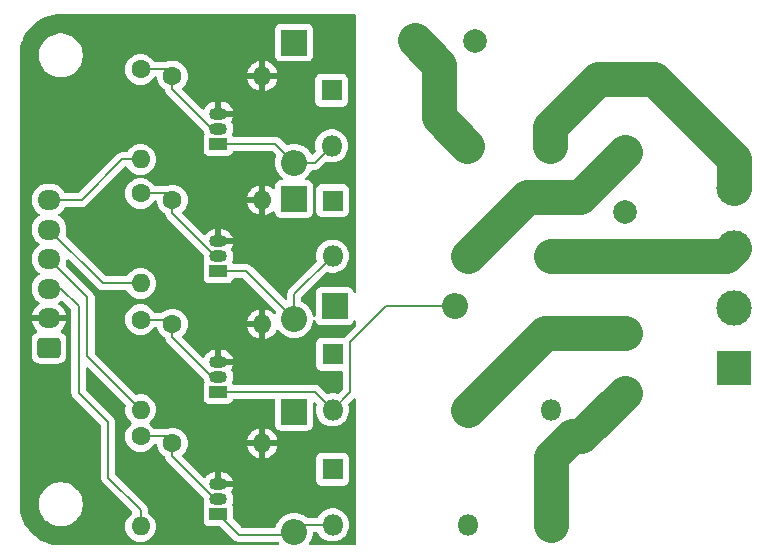
<source format=gbl>
G04 #@! TF.GenerationSoftware,KiCad,Pcbnew,8.0.2-8.0.2-0~ubuntu22.04.1*
G04 #@! TF.CreationDate,2024-05-09T21:57:20-07:00*
G04 #@! TF.ProjectId,pifire-relay-module,70696669-7265-42d7-9265-6c61792d6d6f,rev?*
G04 #@! TF.SameCoordinates,Original*
G04 #@! TF.FileFunction,Copper,L2,Bot*
G04 #@! TF.FilePolarity,Positive*
%FSLAX46Y46*%
G04 Gerber Fmt 4.6, Leading zero omitted, Abs format (unit mm)*
G04 Created by KiCad (PCBNEW 8.0.2-8.0.2-0~ubuntu22.04.1) date 2024-05-09 21:57:20*
%MOMM*%
%LPD*%
G01*
G04 APERTURE LIST*
G04 Aperture macros list*
%AMRoundRect*
0 Rectangle with rounded corners*
0 $1 Rounding radius*
0 $2 $3 $4 $5 $6 $7 $8 $9 X,Y pos of 4 corners*
0 Add a 4 corners polygon primitive as box body*
4,1,4,$2,$3,$4,$5,$6,$7,$8,$9,$2,$3,0*
0 Add four circle primitives for the rounded corners*
1,1,$1+$1,$2,$3*
1,1,$1+$1,$4,$5*
1,1,$1+$1,$6,$7*
1,1,$1+$1,$8,$9*
0 Add four rect primitives between the rounded corners*
20,1,$1+$1,$2,$3,$4,$5,0*
20,1,$1+$1,$4,$5,$6,$7,0*
20,1,$1+$1,$6,$7,$8,$9,0*
20,1,$1+$1,$8,$9,$2,$3,0*%
G04 Aperture macros list end*
G04 #@! TA.AperFunction,ComponentPad*
%ADD10O,1.800000X1.800000*%
G04 #@! TD*
G04 #@! TA.AperFunction,ComponentPad*
%ADD11R,1.800000X1.800000*%
G04 #@! TD*
G04 #@! TA.AperFunction,ComponentPad*
%ADD12R,2.200000X2.200000*%
G04 #@! TD*
G04 #@! TA.AperFunction,ComponentPad*
%ADD13O,2.200000X2.200000*%
G04 #@! TD*
G04 #@! TA.AperFunction,ComponentPad*
%ADD14C,1.600000*%
G04 #@! TD*
G04 #@! TA.AperFunction,ComponentPad*
%ADD15O,1.600000X1.600000*%
G04 #@! TD*
G04 #@! TA.AperFunction,ComponentPad*
%ADD16R,1.500000X1.050000*%
G04 #@! TD*
G04 #@! TA.AperFunction,ComponentPad*
%ADD17O,1.500000X1.050000*%
G04 #@! TD*
G04 #@! TA.AperFunction,ComponentPad*
%ADD18C,2.000000*%
G04 #@! TD*
G04 #@! TA.AperFunction,ComponentPad*
%ADD19RoundRect,0.250000X0.725000X-0.600000X0.725000X0.600000X-0.725000X0.600000X-0.725000X-0.600000X0*%
G04 #@! TD*
G04 #@! TA.AperFunction,ComponentPad*
%ADD20O,1.950000X1.700000*%
G04 #@! TD*
G04 #@! TA.AperFunction,ComponentPad*
%ADD21R,3.000000X3.000000*%
G04 #@! TD*
G04 #@! TA.AperFunction,ComponentPad*
%ADD22C,3.000000*%
G04 #@! TD*
G04 #@! TA.AperFunction,Conductor*
%ADD23C,3.000000*%
G04 #@! TD*
G04 #@! TA.AperFunction,Conductor*
%ADD24C,0.200000*%
G04 #@! TD*
G04 APERTURE END LIST*
D10*
X63500000Y-59000000D03*
X70500000Y-59000000D03*
D11*
X52000000Y-54300000D03*
D10*
X52000000Y-59000000D03*
D12*
X48750000Y-27920000D03*
D13*
X48750000Y-38080000D03*
D14*
X38440000Y-61832500D03*
D15*
X46060000Y-61832500D03*
D16*
X42332500Y-67852500D03*
D17*
X42332500Y-66582500D03*
X42332500Y-65312500D03*
D14*
X38440000Y-41250000D03*
D15*
X46060000Y-41250000D03*
D18*
X76740000Y-57580000D03*
X76750000Y-52500000D03*
D14*
X38440000Y-30750000D03*
D15*
X46060000Y-30750000D03*
D12*
X52170000Y-50250000D03*
D13*
X62330000Y-50250000D03*
D10*
X63500000Y-68750000D03*
X70500000Y-68750000D03*
D11*
X52000000Y-64050000D03*
D10*
X52000000Y-68750000D03*
X63500000Y-46000000D03*
X70500000Y-46000000D03*
D11*
X52000000Y-41300000D03*
D10*
X52000000Y-46000000D03*
D14*
X38440000Y-51750000D03*
D15*
X46060000Y-51750000D03*
D14*
X35750000Y-51380000D03*
D15*
X35750000Y-59000000D03*
D12*
X48750000Y-59170000D03*
D13*
X48750000Y-69330000D03*
D19*
X28000000Y-53750000D03*
D20*
X28000000Y-51250000D03*
X28000000Y-48750000D03*
X28000000Y-46250000D03*
X28000000Y-43750000D03*
X28000000Y-41250000D03*
D12*
X48750000Y-41170000D03*
D13*
X48750000Y-51330000D03*
D18*
X64040000Y-27750000D03*
X58960000Y-27740000D03*
D14*
X35750000Y-30190000D03*
D15*
X35750000Y-37810000D03*
D21*
X86000000Y-55500000D03*
D22*
X86000000Y-50420000D03*
X86000000Y-45340000D03*
X86000000Y-40260000D03*
D10*
X63417500Y-36667500D03*
X70417500Y-36667500D03*
D11*
X51917500Y-31967500D03*
D10*
X51917500Y-36667500D03*
D14*
X35750000Y-61272500D03*
D15*
X35750000Y-68892500D03*
D16*
X42332500Y-57500000D03*
D17*
X42332500Y-56230000D03*
X42332500Y-54960000D03*
D16*
X42332500Y-36500000D03*
D17*
X42332500Y-35230000D03*
X42332500Y-33960000D03*
D14*
X35750000Y-40690000D03*
D15*
X35750000Y-48310000D03*
D18*
X76750000Y-42250000D03*
X76760000Y-37170000D03*
D16*
X42332500Y-47290000D03*
D17*
X42332500Y-46020000D03*
X42332500Y-44750000D03*
D23*
X73070000Y-61250000D02*
X76740000Y-57580000D01*
X72250000Y-61250000D02*
X73070000Y-61250000D01*
X70500000Y-63000000D02*
X72250000Y-61250000D01*
X70500000Y-68750000D02*
X70500000Y-63000000D01*
X68500000Y-41000000D02*
X72930000Y-41000000D01*
X63500000Y-46000000D02*
X68500000Y-41000000D01*
X72930000Y-41000000D02*
X76760000Y-37170000D01*
D24*
X49580000Y-68750000D02*
X48750000Y-69580000D01*
X44060000Y-69580000D02*
X42332500Y-67852500D01*
X48750000Y-69580000D02*
X44060000Y-69580000D01*
X52000000Y-68750000D02*
X49580000Y-68750000D01*
D23*
X70500000Y-46000000D02*
X85340000Y-46000000D01*
X85340000Y-46000000D02*
X86000000Y-45340000D01*
D24*
X37880000Y-40690000D02*
X38440000Y-41250000D01*
X38440000Y-42381370D02*
X42078630Y-46020000D01*
X42078630Y-46020000D02*
X42332500Y-46020000D01*
X38440000Y-41250000D02*
X38440000Y-42381370D01*
X35750000Y-40690000D02*
X37880000Y-40690000D01*
X28000000Y-43750000D02*
X32560000Y-48310000D01*
X32560000Y-48310000D02*
X35750000Y-48310000D01*
D23*
X63500000Y-59000000D02*
X70000000Y-52500000D01*
X70000000Y-52500000D02*
X76750000Y-52500000D01*
X58960000Y-27740000D02*
X61000000Y-29780000D01*
X61000000Y-29780000D02*
X61000000Y-34250000D01*
X61000000Y-34250000D02*
X63417500Y-36667500D01*
X70417500Y-35082500D02*
X74500000Y-31000000D01*
X79250000Y-31000000D02*
X86000000Y-37750000D01*
X86000000Y-37750000D02*
X86000000Y-40260000D01*
X74500000Y-31000000D02*
X79250000Y-31000000D01*
X70417500Y-36667500D02*
X70417500Y-35082500D01*
D24*
X31250000Y-49500000D02*
X31250000Y-54500000D01*
X31250000Y-54500000D02*
X35750000Y-59000000D01*
X28000000Y-46250000D02*
X31250000Y-49500000D01*
X35750000Y-67500000D02*
X35750000Y-68892500D01*
X33000000Y-64750000D02*
X35750000Y-67500000D01*
X29000000Y-48750000D02*
X30500000Y-50250000D01*
X33000000Y-60078135D02*
X33000000Y-64750000D01*
X30500000Y-57578135D02*
X33000000Y-60078135D01*
X28000000Y-48750000D02*
X29000000Y-48750000D01*
X30500000Y-50250000D02*
X30500000Y-57578135D01*
X28000000Y-41250000D02*
X30750000Y-41250000D01*
X30750000Y-41250000D02*
X34190000Y-37810000D01*
X34190000Y-37810000D02*
X35750000Y-37810000D01*
X48750000Y-51330000D02*
X44710000Y-47290000D01*
X44710000Y-47290000D02*
X42332500Y-47290000D01*
X48750000Y-51330000D02*
X48750000Y-49250000D01*
X48750000Y-49250000D02*
X52000000Y-46000000D01*
X52000000Y-59000000D02*
X53500000Y-57500000D01*
X53500000Y-57500000D02*
X53500000Y-53250000D01*
X56500000Y-50250000D02*
X62330000Y-50250000D01*
X42332500Y-57500000D02*
X50500000Y-57500000D01*
X50500000Y-57500000D02*
X52000000Y-59000000D01*
X53500000Y-53250000D02*
X56500000Y-50250000D01*
X48750000Y-38080000D02*
X50505000Y-38080000D01*
X50505000Y-38080000D02*
X51917500Y-36667500D01*
X47170000Y-36500000D02*
X48750000Y-38080000D01*
X42332500Y-36500000D02*
X47170000Y-36500000D01*
X35750000Y-51380000D02*
X38070000Y-51380000D01*
X38440000Y-52881370D02*
X41788630Y-56230000D01*
X38070000Y-51380000D02*
X38440000Y-51750000D01*
X38440000Y-51750000D02*
X38440000Y-52881370D01*
X41788630Y-56230000D02*
X42332500Y-56230000D01*
X37880000Y-30190000D02*
X38440000Y-30750000D01*
X38440000Y-31881370D02*
X41788630Y-35230000D01*
X38440000Y-30750000D02*
X38440000Y-31881370D01*
X41788630Y-35230000D02*
X42332500Y-35230000D01*
X35750000Y-30190000D02*
X37880000Y-30190000D01*
X37880000Y-61272500D02*
X38440000Y-61832500D01*
X38440000Y-61832500D02*
X38440000Y-62963870D01*
X35750000Y-61272500D02*
X37880000Y-61272500D01*
X42058630Y-66582500D02*
X42332500Y-66582500D01*
X38440000Y-62963870D02*
X42058630Y-66582500D01*
G04 #@! TA.AperFunction,Conductor*
G36*
X53943039Y-25520185D02*
G01*
X53988794Y-25572989D01*
X54000000Y-25624500D01*
X54000000Y-48987726D01*
X53980315Y-49054765D01*
X53927511Y-49100520D01*
X53858353Y-49110464D01*
X53794797Y-49081439D01*
X53759818Y-49031059D01*
X53713797Y-48907671D01*
X53713793Y-48907664D01*
X53627547Y-48792455D01*
X53627544Y-48792452D01*
X53512335Y-48706206D01*
X53512328Y-48706202D01*
X53377482Y-48655908D01*
X53377483Y-48655908D01*
X53317883Y-48649501D01*
X53317881Y-48649500D01*
X53317873Y-48649500D01*
X53317864Y-48649500D01*
X51022129Y-48649500D01*
X51022123Y-48649501D01*
X50962516Y-48655908D01*
X50827671Y-48706202D01*
X50827664Y-48706206D01*
X50712455Y-48792452D01*
X50712452Y-48792455D01*
X50626206Y-48907664D01*
X50626202Y-48907671D01*
X50575908Y-49042517D01*
X50569501Y-49102116D01*
X50569500Y-49102135D01*
X50569500Y-51005102D01*
X50549815Y-51072141D01*
X50497011Y-51117896D01*
X50427853Y-51127840D01*
X50364297Y-51098815D01*
X50326523Y-51040037D01*
X50324931Y-51034070D01*
X50276873Y-50833889D01*
X50188222Y-50619865D01*
X50180466Y-50601140D01*
X50048839Y-50386346D01*
X50048838Y-50386343D01*
X49999911Y-50329057D01*
X49885224Y-50194776D01*
X49758571Y-50086604D01*
X49693656Y-50031161D01*
X49693653Y-50031160D01*
X49478858Y-49899533D01*
X49478859Y-49899533D01*
X49427047Y-49878072D01*
X49372643Y-49834230D01*
X49350579Y-49767936D01*
X49350500Y-49763511D01*
X49350500Y-49550096D01*
X49370185Y-49483057D01*
X49386814Y-49462420D01*
X51475160Y-47374073D01*
X51536481Y-47340590D01*
X51603102Y-47344474D01*
X51655019Y-47362298D01*
X51883951Y-47400500D01*
X51883952Y-47400500D01*
X52116048Y-47400500D01*
X52116049Y-47400500D01*
X52344981Y-47362298D01*
X52564503Y-47286936D01*
X52768626Y-47176470D01*
X52951784Y-47033913D01*
X53108979Y-46863153D01*
X53235924Y-46668849D01*
X53329157Y-46456300D01*
X53386134Y-46231305D01*
X53393392Y-46143713D01*
X53405300Y-46000006D01*
X53405300Y-45999993D01*
X53386135Y-45768702D01*
X53386133Y-45768691D01*
X53329157Y-45543699D01*
X53235924Y-45331151D01*
X53108983Y-45136852D01*
X53108980Y-45136849D01*
X53108979Y-45136847D01*
X52951784Y-44966087D01*
X52951779Y-44966083D01*
X52951777Y-44966081D01*
X52768634Y-44823535D01*
X52768628Y-44823531D01*
X52564504Y-44713064D01*
X52564495Y-44713061D01*
X52344984Y-44637702D01*
X52173282Y-44609050D01*
X52116049Y-44599500D01*
X51883951Y-44599500D01*
X51849463Y-44605255D01*
X51655015Y-44637702D01*
X51435504Y-44713061D01*
X51435495Y-44713064D01*
X51231371Y-44823531D01*
X51231365Y-44823535D01*
X51048222Y-44966081D01*
X51048219Y-44966084D01*
X51048216Y-44966086D01*
X51048216Y-44966087D01*
X50994328Y-45024625D01*
X50891016Y-45136852D01*
X50764075Y-45331151D01*
X50670842Y-45543699D01*
X50613866Y-45768691D01*
X50613864Y-45768702D01*
X50594700Y-45999993D01*
X50594700Y-46000006D01*
X50613864Y-46231297D01*
X50613866Y-46231309D01*
X50658319Y-46406848D01*
X50655694Y-46476668D01*
X50625794Y-46524969D01*
X48381286Y-48769478D01*
X48269481Y-48881282D01*
X48269475Y-48881290D01*
X48222455Y-48962733D01*
X48222455Y-48962734D01*
X48190423Y-49018215D01*
X48149499Y-49170943D01*
X48149499Y-49170945D01*
X48149499Y-49339046D01*
X48149500Y-49339059D01*
X48149500Y-49580902D01*
X48129815Y-49647941D01*
X48077011Y-49693696D01*
X48007853Y-49703640D01*
X47944297Y-49674615D01*
X47937819Y-49668583D01*
X45197590Y-46928355D01*
X45197588Y-46928352D01*
X45078717Y-46809481D01*
X45078716Y-46809480D01*
X44991904Y-46759360D01*
X44991904Y-46759359D01*
X44991900Y-46759358D01*
X44941785Y-46730423D01*
X44789057Y-46689499D01*
X44630943Y-46689499D01*
X44623347Y-46689499D01*
X44623331Y-46689500D01*
X43674615Y-46689500D01*
X43607576Y-46669815D01*
X43561821Y-46617011D01*
X43558433Y-46608833D01*
X43526297Y-46522671D01*
X43526296Y-46522670D01*
X43526296Y-46522669D01*
X43525467Y-46521562D01*
X43524985Y-46520268D01*
X43522046Y-46514886D01*
X43522819Y-46514463D01*
X43501051Y-46456099D01*
X43510175Y-46399798D01*
X43543589Y-46319132D01*
X43543589Y-46319131D01*
X43543591Y-46319127D01*
X43583000Y-46121003D01*
X43583000Y-45918997D01*
X43543591Y-45720873D01*
X43466286Y-45534244D01*
X43412294Y-45453439D01*
X43391417Y-45386764D01*
X43409901Y-45319384D01*
X43412296Y-45315658D01*
X43465844Y-45235518D01*
X43465846Y-45235515D01*
X43543109Y-45048983D01*
X43543112Y-45048974D01*
X43552853Y-45000000D01*
X42698366Y-45000000D01*
X42674174Y-44997617D01*
X42658504Y-44994500D01*
X42658503Y-44994500D01*
X42618330Y-44994500D01*
X42632575Y-44980255D01*
X42681944Y-44894745D01*
X42707500Y-44799370D01*
X42707500Y-44700630D01*
X42681944Y-44605255D01*
X42632575Y-44519745D01*
X42612830Y-44500000D01*
X43552853Y-44500000D01*
X43543112Y-44451025D01*
X43543109Y-44451016D01*
X43465847Y-44264486D01*
X43465840Y-44264473D01*
X43353670Y-44096600D01*
X43353667Y-44096596D01*
X43210903Y-43953832D01*
X43210899Y-43953829D01*
X43043026Y-43841659D01*
X43043013Y-43841652D01*
X42856483Y-43764390D01*
X42856474Y-43764387D01*
X42658458Y-43725000D01*
X42582500Y-43725000D01*
X42582500Y-44469670D01*
X42562755Y-44449925D01*
X42477245Y-44400556D01*
X42381870Y-44375000D01*
X42283130Y-44375000D01*
X42187755Y-44400556D01*
X42102245Y-44449925D01*
X42082500Y-44469670D01*
X42082500Y-43725000D01*
X42006541Y-43725000D01*
X41808525Y-43764387D01*
X41808516Y-43764390D01*
X41621986Y-43841652D01*
X41621973Y-43841659D01*
X41454100Y-43953829D01*
X41454096Y-43953832D01*
X41311332Y-44096596D01*
X41311329Y-44096600D01*
X41272360Y-44154922D01*
X41218748Y-44199727D01*
X41149423Y-44208434D01*
X41086395Y-44178279D01*
X41081577Y-44173712D01*
X39306207Y-42398342D01*
X39272722Y-42337019D01*
X39277706Y-42267327D01*
X39306207Y-42222980D01*
X39440045Y-42089141D01*
X39440047Y-42089139D01*
X39570568Y-41902734D01*
X39666739Y-41696496D01*
X39725635Y-41476692D01*
X39745468Y-41250000D01*
X39725635Y-41023308D01*
X39666739Y-40803504D01*
X39570568Y-40597266D01*
X39440047Y-40410861D01*
X39440045Y-40410858D01*
X39279141Y-40249954D01*
X39092734Y-40119432D01*
X39092732Y-40119431D01*
X38886497Y-40023261D01*
X38886488Y-40023258D01*
X38666697Y-39964366D01*
X38666693Y-39964365D01*
X38666692Y-39964365D01*
X38666691Y-39964364D01*
X38666686Y-39964364D01*
X38440002Y-39944532D01*
X38439998Y-39944532D01*
X38213313Y-39964364D01*
X38213302Y-39964366D01*
X37993511Y-40023258D01*
X37993504Y-40023260D01*
X37993504Y-40023261D01*
X37963471Y-40037266D01*
X37876372Y-40077881D01*
X37823967Y-40089499D01*
X37793347Y-40089499D01*
X37793331Y-40089500D01*
X36981692Y-40089500D01*
X36914653Y-40069815D01*
X36880119Y-40036625D01*
X36750047Y-39850861D01*
X36750045Y-39850858D01*
X36589141Y-39689954D01*
X36402734Y-39559432D01*
X36402732Y-39559431D01*
X36196497Y-39463261D01*
X36196488Y-39463258D01*
X35976697Y-39404366D01*
X35976693Y-39404365D01*
X35976692Y-39404365D01*
X35976691Y-39404364D01*
X35976686Y-39404364D01*
X35750002Y-39384532D01*
X35749998Y-39384532D01*
X35523313Y-39404364D01*
X35523302Y-39404366D01*
X35303511Y-39463258D01*
X35303502Y-39463261D01*
X35097267Y-39559431D01*
X35097265Y-39559432D01*
X34910858Y-39689954D01*
X34749954Y-39850858D01*
X34619432Y-40037265D01*
X34619431Y-40037267D01*
X34523261Y-40243502D01*
X34523258Y-40243511D01*
X34464366Y-40463302D01*
X34464364Y-40463313D01*
X34444532Y-40689998D01*
X34444532Y-40690001D01*
X34464364Y-40916686D01*
X34464366Y-40916697D01*
X34523258Y-41136488D01*
X34523261Y-41136497D01*
X34619431Y-41342732D01*
X34619432Y-41342734D01*
X34749954Y-41529141D01*
X34910858Y-41690045D01*
X34919828Y-41696326D01*
X35097266Y-41820568D01*
X35303504Y-41916739D01*
X35523308Y-41975635D01*
X35685230Y-41989801D01*
X35749998Y-41995468D01*
X35750000Y-41995468D01*
X35750002Y-41995468D01*
X35806673Y-41990509D01*
X35976692Y-41975635D01*
X36196496Y-41916739D01*
X36402734Y-41820568D01*
X36589139Y-41690047D01*
X36750047Y-41529139D01*
X36880118Y-41343375D01*
X36934693Y-41299752D01*
X36981692Y-41290500D01*
X37024450Y-41290500D01*
X37091489Y-41310185D01*
X37137244Y-41362989D01*
X37147978Y-41403692D01*
X37154364Y-41476687D01*
X37154366Y-41476697D01*
X37213258Y-41696488D01*
X37213261Y-41696497D01*
X37309431Y-41902732D01*
X37309432Y-41902734D01*
X37439954Y-42089141D01*
X37600859Y-42250046D01*
X37788527Y-42381452D01*
X37832152Y-42436029D01*
X37836610Y-42452786D01*
X37837396Y-42452576D01*
X37839499Y-42460424D01*
X37839499Y-42460427D01*
X37880423Y-42613155D01*
X37880424Y-42613157D01*
X37880423Y-42613157D01*
X37888732Y-42627547D01*
X37888733Y-42627548D01*
X37959477Y-42750082D01*
X37959481Y-42750087D01*
X38078349Y-42868955D01*
X38078355Y-42868960D01*
X41045681Y-45836286D01*
X41079166Y-45897609D01*
X41082000Y-45923967D01*
X41082000Y-46121007D01*
X41121407Y-46319119D01*
X41121409Y-46319127D01*
X41154825Y-46399800D01*
X41162294Y-46469270D01*
X41142538Y-46514660D01*
X41142954Y-46514887D01*
X41140419Y-46519528D01*
X41139537Y-46521556D01*
X41138706Y-46522665D01*
X41138702Y-46522672D01*
X41088408Y-46657517D01*
X41082001Y-46717116D01*
X41082000Y-46717135D01*
X41082000Y-47862870D01*
X41082001Y-47862876D01*
X41088408Y-47922483D01*
X41138702Y-48057328D01*
X41138706Y-48057335D01*
X41224952Y-48172544D01*
X41224955Y-48172547D01*
X41340164Y-48258793D01*
X41340171Y-48258797D01*
X41475017Y-48309091D01*
X41475016Y-48309091D01*
X41481944Y-48309835D01*
X41534627Y-48315500D01*
X43130372Y-48315499D01*
X43189983Y-48309091D01*
X43324831Y-48258796D01*
X43440046Y-48172546D01*
X43526296Y-48057331D01*
X43539059Y-48023111D01*
X43558434Y-47971166D01*
X43600306Y-47915233D01*
X43665770Y-47890816D01*
X43674616Y-47890500D01*
X44409903Y-47890500D01*
X44476942Y-47910185D01*
X44497584Y-47926819D01*
X47217707Y-50646943D01*
X47251192Y-50708266D01*
X47246208Y-50777958D01*
X47244587Y-50782077D01*
X47223627Y-50832679D01*
X47179786Y-50887082D01*
X47113492Y-50909147D01*
X47045793Y-50891868D01*
X47021385Y-50872907D01*
X46898820Y-50750342D01*
X46712482Y-50619865D01*
X46506328Y-50523734D01*
X46310000Y-50471127D01*
X46310000Y-51434314D01*
X46305606Y-51429920D01*
X46214394Y-51377259D01*
X46112661Y-51350000D01*
X46007339Y-51350000D01*
X45905606Y-51377259D01*
X45814394Y-51429920D01*
X45810000Y-51434314D01*
X45810000Y-50471127D01*
X45613671Y-50523734D01*
X45407517Y-50619865D01*
X45221179Y-50750342D01*
X45060342Y-50911179D01*
X44929865Y-51097517D01*
X44833734Y-51303673D01*
X44833730Y-51303682D01*
X44781127Y-51499999D01*
X44781128Y-51500000D01*
X45744314Y-51500000D01*
X45739920Y-51504394D01*
X45687259Y-51595606D01*
X45660000Y-51697339D01*
X45660000Y-51802661D01*
X45687259Y-51904394D01*
X45739920Y-51995606D01*
X45744314Y-52000000D01*
X44781128Y-52000000D01*
X44833730Y-52196317D01*
X44833734Y-52196326D01*
X44929865Y-52402482D01*
X45060342Y-52588820D01*
X45221179Y-52749657D01*
X45407517Y-52880134D01*
X45613673Y-52976265D01*
X45613682Y-52976269D01*
X45809999Y-53028872D01*
X45810000Y-53028871D01*
X45810000Y-52065686D01*
X45814394Y-52070080D01*
X45905606Y-52122741D01*
X46007339Y-52150000D01*
X46112661Y-52150000D01*
X46214394Y-52122741D01*
X46305606Y-52070080D01*
X46310000Y-52065686D01*
X46310000Y-53028872D01*
X46506317Y-52976269D01*
X46506326Y-52976265D01*
X46712482Y-52880134D01*
X46898820Y-52749657D01*
X47059657Y-52588820D01*
X47190134Y-52402481D01*
X47190135Y-52402479D01*
X47239798Y-52295977D01*
X47285970Y-52243537D01*
X47353163Y-52224385D01*
X47420044Y-52244600D01*
X47447305Y-52270547D01*
X47448000Y-52269954D01*
X47451162Y-52273656D01*
X47451164Y-52273659D01*
X47614776Y-52465224D01*
X47759488Y-52588820D01*
X47806343Y-52628838D01*
X47806346Y-52628839D01*
X48021140Y-52760466D01*
X48116517Y-52799972D01*
X48253889Y-52856873D01*
X48498852Y-52915683D01*
X48750000Y-52935449D01*
X49001148Y-52915683D01*
X49246111Y-52856873D01*
X49478859Y-52760466D01*
X49693659Y-52628836D01*
X49885224Y-52465224D01*
X50048836Y-52273659D01*
X50180466Y-52058859D01*
X50276873Y-51826111D01*
X50335683Y-51581148D01*
X50341610Y-51505831D01*
X50366493Y-51440547D01*
X50422723Y-51399076D01*
X50492449Y-51394589D01*
X50553531Y-51428510D01*
X50581409Y-51472231D01*
X50626202Y-51592328D01*
X50626206Y-51592335D01*
X50712452Y-51707544D01*
X50712455Y-51707547D01*
X50827664Y-51793793D01*
X50827671Y-51793797D01*
X50962517Y-51844091D01*
X50962516Y-51844091D01*
X50969444Y-51844835D01*
X51022127Y-51850500D01*
X53317872Y-51850499D01*
X53377483Y-51844091D01*
X53512331Y-51793796D01*
X53627546Y-51707546D01*
X53713796Y-51592331D01*
X53748234Y-51499999D01*
X53759818Y-51468940D01*
X53801689Y-51413006D01*
X53867153Y-51388589D01*
X53935426Y-51403440D01*
X53984832Y-51452845D01*
X54000000Y-51512273D01*
X54000000Y-51849402D01*
X53980315Y-51916441D01*
X53963681Y-51937083D01*
X53131286Y-52769478D01*
X53131284Y-52769480D01*
X53070101Y-52830663D01*
X53037582Y-52863182D01*
X52976258Y-52896666D01*
X52949901Y-52899500D01*
X51052129Y-52899500D01*
X51052123Y-52899501D01*
X50992516Y-52905908D01*
X50857671Y-52956202D01*
X50857664Y-52956206D01*
X50742455Y-53042452D01*
X50742452Y-53042455D01*
X50656206Y-53157664D01*
X50656202Y-53157671D01*
X50605908Y-53292517D01*
X50599501Y-53352116D01*
X50599500Y-53352135D01*
X50599500Y-55247870D01*
X50599501Y-55247876D01*
X50605908Y-55307483D01*
X50656202Y-55442328D01*
X50656206Y-55442335D01*
X50742452Y-55557544D01*
X50742455Y-55557547D01*
X50857664Y-55643793D01*
X50857671Y-55643797D01*
X50992517Y-55694091D01*
X50992516Y-55694091D01*
X50999444Y-55694835D01*
X51052127Y-55700500D01*
X52775500Y-55700499D01*
X52842539Y-55720184D01*
X52888294Y-55772987D01*
X52899500Y-55824499D01*
X52899500Y-57199902D01*
X52879815Y-57266941D01*
X52863181Y-57287583D01*
X52524840Y-57625923D01*
X52463517Y-57659408D01*
X52396898Y-57655524D01*
X52344981Y-57637702D01*
X52274393Y-57625923D01*
X52116049Y-57599500D01*
X51883951Y-57599500D01*
X51845795Y-57605867D01*
X51655014Y-57637702D01*
X51603098Y-57655524D01*
X51533300Y-57658672D01*
X51475158Y-57625923D01*
X50987590Y-57138355D01*
X50987588Y-57138352D01*
X50868717Y-57019481D01*
X50868716Y-57019480D01*
X50781904Y-56969360D01*
X50781904Y-56969359D01*
X50781900Y-56969358D01*
X50731785Y-56940423D01*
X50579057Y-56899499D01*
X50420943Y-56899499D01*
X50413347Y-56899499D01*
X50413331Y-56899500D01*
X43674615Y-56899500D01*
X43607576Y-56879815D01*
X43561821Y-56827011D01*
X43558433Y-56818833D01*
X43526297Y-56732671D01*
X43526296Y-56732670D01*
X43526296Y-56732669D01*
X43525467Y-56731562D01*
X43524985Y-56730268D01*
X43522046Y-56724886D01*
X43522819Y-56724463D01*
X43501051Y-56666099D01*
X43510175Y-56609798D01*
X43543589Y-56529132D01*
X43543589Y-56529131D01*
X43543591Y-56529127D01*
X43583000Y-56331003D01*
X43583000Y-56128997D01*
X43543591Y-55930873D01*
X43466286Y-55744244D01*
X43412294Y-55663439D01*
X43391417Y-55596764D01*
X43409901Y-55529384D01*
X43412296Y-55525658D01*
X43465844Y-55445518D01*
X43465846Y-55445515D01*
X43543109Y-55258983D01*
X43543112Y-55258974D01*
X43552853Y-55210000D01*
X42698366Y-55210000D01*
X42674174Y-55207617D01*
X42658504Y-55204500D01*
X42658503Y-55204500D01*
X42618330Y-55204500D01*
X42632575Y-55190255D01*
X42681944Y-55104745D01*
X42707500Y-55009370D01*
X42707500Y-54910630D01*
X42681944Y-54815255D01*
X42632575Y-54729745D01*
X42612830Y-54710000D01*
X43552853Y-54710000D01*
X43543112Y-54661025D01*
X43543109Y-54661016D01*
X43465847Y-54474486D01*
X43465840Y-54474473D01*
X43353670Y-54306600D01*
X43353667Y-54306596D01*
X43210903Y-54163832D01*
X43210899Y-54163829D01*
X43043026Y-54051659D01*
X43043013Y-54051652D01*
X42856483Y-53974390D01*
X42856474Y-53974387D01*
X42658458Y-53935000D01*
X42582500Y-53935000D01*
X42582500Y-54679670D01*
X42562755Y-54659925D01*
X42477245Y-54610556D01*
X42381870Y-54585000D01*
X42283130Y-54585000D01*
X42187755Y-54610556D01*
X42102245Y-54659925D01*
X42082500Y-54679670D01*
X42082500Y-53935000D01*
X42006541Y-53935000D01*
X41808525Y-53974387D01*
X41808516Y-53974390D01*
X41621986Y-54051652D01*
X41621973Y-54051659D01*
X41454100Y-54163829D01*
X41454096Y-54163832D01*
X41311332Y-54306596D01*
X41311329Y-54306600D01*
X41199159Y-54474473D01*
X41199152Y-54474486D01*
X41177382Y-54527046D01*
X41133541Y-54581450D01*
X41067247Y-54603515D01*
X40999548Y-54586236D01*
X40975140Y-54567275D01*
X39306207Y-52898342D01*
X39272722Y-52837019D01*
X39277706Y-52767327D01*
X39306207Y-52722980D01*
X39440045Y-52589141D01*
X39440047Y-52589139D01*
X39570568Y-52402734D01*
X39666739Y-52196496D01*
X39725635Y-51976692D01*
X39745468Y-51750000D01*
X39725635Y-51523308D01*
X39666739Y-51303504D01*
X39570568Y-51097266D01*
X39440047Y-50910861D01*
X39440045Y-50910858D01*
X39279141Y-50749954D01*
X39092734Y-50619432D01*
X39092732Y-50619431D01*
X38886497Y-50523261D01*
X38886488Y-50523258D01*
X38666697Y-50464366D01*
X38666693Y-50464365D01*
X38666692Y-50464365D01*
X38666691Y-50464364D01*
X38666686Y-50464364D01*
X38440002Y-50444532D01*
X38439998Y-50444532D01*
X38213313Y-50464364D01*
X38213302Y-50464366D01*
X37993511Y-50523258D01*
X37993502Y-50523261D01*
X37787267Y-50619431D01*
X37787265Y-50619432D01*
X37600857Y-50749954D01*
X37600214Y-50750495D01*
X37599873Y-50750643D01*
X37596426Y-50753058D01*
X37595940Y-50752364D01*
X37536203Y-50778504D01*
X37520515Y-50779500D01*
X36981692Y-50779500D01*
X36914653Y-50759815D01*
X36880119Y-50726625D01*
X36750047Y-50540861D01*
X36750045Y-50540858D01*
X36589141Y-50379954D01*
X36402734Y-50249432D01*
X36402732Y-50249431D01*
X36196497Y-50153261D01*
X36196488Y-50153258D01*
X35976697Y-50094366D01*
X35976693Y-50094365D01*
X35976692Y-50094365D01*
X35976691Y-50094364D01*
X35976686Y-50094364D01*
X35750002Y-50074532D01*
X35749998Y-50074532D01*
X35523313Y-50094364D01*
X35523302Y-50094366D01*
X35303511Y-50153258D01*
X35303502Y-50153261D01*
X35097267Y-50249431D01*
X35097265Y-50249432D01*
X34910858Y-50379954D01*
X34749954Y-50540858D01*
X34619432Y-50727265D01*
X34619431Y-50727267D01*
X34523261Y-50933502D01*
X34523258Y-50933511D01*
X34464366Y-51153302D01*
X34464364Y-51153313D01*
X34444532Y-51379998D01*
X34444532Y-51380001D01*
X34464364Y-51606686D01*
X34464366Y-51606697D01*
X34523258Y-51826488D01*
X34523261Y-51826497D01*
X34619431Y-52032732D01*
X34619432Y-52032734D01*
X34749954Y-52219141D01*
X34910858Y-52380045D01*
X34942900Y-52402481D01*
X35097266Y-52510568D01*
X35303504Y-52606739D01*
X35523308Y-52665635D01*
X35685230Y-52679801D01*
X35749998Y-52685468D01*
X35750000Y-52685468D01*
X35750002Y-52685468D01*
X35806673Y-52680509D01*
X35976692Y-52665635D01*
X36196496Y-52606739D01*
X36402734Y-52510568D01*
X36589139Y-52380047D01*
X36750047Y-52219139D01*
X36880118Y-52033375D01*
X36934693Y-51989752D01*
X36981692Y-51980500D01*
X37060236Y-51980500D01*
X37127275Y-52000185D01*
X37173030Y-52052989D01*
X37180011Y-52072406D01*
X37213259Y-52196491D01*
X37213261Y-52196497D01*
X37309431Y-52402732D01*
X37309432Y-52402734D01*
X37439954Y-52589141D01*
X37600859Y-52750046D01*
X37788527Y-52881452D01*
X37832152Y-52936029D01*
X37836610Y-52952786D01*
X37837396Y-52952576D01*
X37839499Y-52960424D01*
X37839499Y-52960427D01*
X37861479Y-53042455D01*
X37880423Y-53113155D01*
X37909358Y-53163270D01*
X37909359Y-53163274D01*
X37909360Y-53163274D01*
X37959479Y-53250084D01*
X37959481Y-53250087D01*
X38078349Y-53368955D01*
X38078355Y-53368960D01*
X41065731Y-56356336D01*
X41099216Y-56417659D01*
X41099667Y-56419826D01*
X41121407Y-56529119D01*
X41121409Y-56529127D01*
X41154825Y-56609800D01*
X41162294Y-56679270D01*
X41142538Y-56724660D01*
X41142954Y-56724887D01*
X41140419Y-56729528D01*
X41139537Y-56731556D01*
X41138706Y-56732665D01*
X41138702Y-56732672D01*
X41088408Y-56867517D01*
X41082001Y-56927116D01*
X41082000Y-56927135D01*
X41082000Y-58072870D01*
X41082001Y-58072876D01*
X41088408Y-58132483D01*
X41138702Y-58267328D01*
X41138706Y-58267335D01*
X41224952Y-58382544D01*
X41224955Y-58382547D01*
X41340164Y-58468793D01*
X41340171Y-58468797D01*
X41475017Y-58519091D01*
X41475016Y-58519091D01*
X41481944Y-58519835D01*
X41534627Y-58525500D01*
X43130372Y-58525499D01*
X43189983Y-58519091D01*
X43324831Y-58468796D01*
X43440046Y-58382546D01*
X43526296Y-58267331D01*
X43551508Y-58199734D01*
X43558434Y-58181166D01*
X43600306Y-58125233D01*
X43665770Y-58100816D01*
X43674616Y-58100500D01*
X47025500Y-58100500D01*
X47092539Y-58120185D01*
X47138294Y-58172989D01*
X47149500Y-58224500D01*
X47149500Y-60317870D01*
X47149501Y-60317876D01*
X47155908Y-60377483D01*
X47206202Y-60512328D01*
X47206206Y-60512335D01*
X47292452Y-60627544D01*
X47292455Y-60627547D01*
X47407664Y-60713793D01*
X47407671Y-60713797D01*
X47542517Y-60764091D01*
X47542516Y-60764091D01*
X47549444Y-60764835D01*
X47602127Y-60770500D01*
X49897872Y-60770499D01*
X49957483Y-60764091D01*
X50092331Y-60713796D01*
X50207546Y-60627546D01*
X50293796Y-60512331D01*
X50344091Y-60377483D01*
X50350500Y-60317873D01*
X50350499Y-59050980D01*
X50365963Y-58998317D01*
X50353043Y-58974008D01*
X50350499Y-58949018D01*
X50350499Y-58499096D01*
X50370184Y-58432057D01*
X50422988Y-58386302D01*
X50492146Y-58376358D01*
X50555702Y-58405383D01*
X50562180Y-58411415D01*
X50625795Y-58475030D01*
X50659280Y-58536353D01*
X50658320Y-58593151D01*
X50613866Y-58768691D01*
X50613864Y-58768703D01*
X50598075Y-58959258D01*
X50582657Y-58999212D01*
X50593476Y-59016047D01*
X50598075Y-59040742D01*
X50613864Y-59231296D01*
X50613866Y-59231308D01*
X50670842Y-59456300D01*
X50764075Y-59668848D01*
X50891016Y-59863147D01*
X50891019Y-59863151D01*
X50891021Y-59863153D01*
X51048216Y-60033913D01*
X51048219Y-60033915D01*
X51048222Y-60033918D01*
X51231365Y-60176464D01*
X51231371Y-60176468D01*
X51231374Y-60176470D01*
X51435497Y-60286936D01*
X51525622Y-60317876D01*
X51655015Y-60362297D01*
X51655017Y-60362297D01*
X51655019Y-60362298D01*
X51883951Y-60400500D01*
X51883952Y-60400500D01*
X52116048Y-60400500D01*
X52116049Y-60400500D01*
X52344981Y-60362298D01*
X52564503Y-60286936D01*
X52768626Y-60176470D01*
X52793395Y-60157192D01*
X52929323Y-60051395D01*
X52951784Y-60033913D01*
X53108979Y-59863153D01*
X53235924Y-59668849D01*
X53329157Y-59456300D01*
X53386134Y-59231305D01*
X53386516Y-59226697D01*
X53405300Y-59000006D01*
X53405300Y-58999993D01*
X53386135Y-58768702D01*
X53386131Y-58768682D01*
X53341680Y-58593151D01*
X53344304Y-58523331D01*
X53374202Y-58475031D01*
X53788319Y-58060915D01*
X53849642Y-58027430D01*
X53919334Y-58032414D01*
X53975267Y-58074286D01*
X53999684Y-58139750D01*
X54000000Y-58148596D01*
X54000000Y-70375500D01*
X53980315Y-70442539D01*
X53927511Y-70488294D01*
X53876000Y-70499500D01*
X50124926Y-70499500D01*
X50057887Y-70479815D01*
X50012132Y-70427011D01*
X50002188Y-70357853D01*
X50030636Y-70294968D01*
X50048836Y-70273659D01*
X50180466Y-70058859D01*
X50276873Y-69826111D01*
X50335683Y-69581148D01*
X50344842Y-69464768D01*
X50369726Y-69399482D01*
X50425958Y-69358012D01*
X50468460Y-69350500D01*
X50653199Y-69350500D01*
X50720238Y-69370185D01*
X50762253Y-69415481D01*
X50764075Y-69418848D01*
X50891016Y-69613147D01*
X50891019Y-69613151D01*
X50891021Y-69613153D01*
X51048216Y-69783913D01*
X51048219Y-69783915D01*
X51048222Y-69783918D01*
X51231365Y-69926464D01*
X51231371Y-69926468D01*
X51231374Y-69926470D01*
X51435497Y-70036936D01*
X51499357Y-70058859D01*
X51655015Y-70112297D01*
X51655017Y-70112297D01*
X51655019Y-70112298D01*
X51883951Y-70150500D01*
X51883952Y-70150500D01*
X52116048Y-70150500D01*
X52116049Y-70150500D01*
X52344981Y-70112298D01*
X52564503Y-70036936D01*
X52768626Y-69926470D01*
X52812211Y-69892547D01*
X52830129Y-69878600D01*
X52951784Y-69783913D01*
X53108979Y-69613153D01*
X53235924Y-69418849D01*
X53329157Y-69206300D01*
X53386134Y-68981305D01*
X53389293Y-68943181D01*
X53405300Y-68750006D01*
X53405300Y-68749993D01*
X53386135Y-68518702D01*
X53386133Y-68518691D01*
X53329157Y-68293699D01*
X53235924Y-68081151D01*
X53108983Y-67886852D01*
X53108980Y-67886849D01*
X53108979Y-67886847D01*
X52951784Y-67716087D01*
X52951779Y-67716083D01*
X52951777Y-67716081D01*
X52768634Y-67573535D01*
X52768628Y-67573531D01*
X52564504Y-67463064D01*
X52564495Y-67463061D01*
X52344984Y-67387702D01*
X52173282Y-67359050D01*
X52116049Y-67349500D01*
X51883951Y-67349500D01*
X51838164Y-67357140D01*
X51655015Y-67387702D01*
X51435504Y-67463061D01*
X51435495Y-67463064D01*
X51231371Y-67573531D01*
X51231365Y-67573535D01*
X51048222Y-67716081D01*
X51048219Y-67716084D01*
X51048216Y-67716086D01*
X51048216Y-67716087D01*
X51028436Y-67737574D01*
X50891016Y-67886852D01*
X50764075Y-68081151D01*
X50762253Y-68084519D01*
X50713033Y-68134109D01*
X50653199Y-68149500D01*
X49877958Y-68149500D01*
X49810919Y-68129815D01*
X49797433Y-68119795D01*
X49729469Y-68061748D01*
X49693656Y-68031161D01*
X49693653Y-68031160D01*
X49478859Y-67899533D01*
X49246110Y-67803126D01*
X49001151Y-67744317D01*
X48750000Y-67724551D01*
X48498848Y-67744317D01*
X48253889Y-67803126D01*
X48021140Y-67899533D01*
X47806346Y-68031160D01*
X47806343Y-68031161D01*
X47614776Y-68194776D01*
X47451161Y-68386343D01*
X47451160Y-68386346D01*
X47319533Y-68601140D01*
X47223126Y-68833889D01*
X47210989Y-68884447D01*
X47176198Y-68945039D01*
X47114172Y-68977203D01*
X47090415Y-68979500D01*
X44360097Y-68979500D01*
X44293058Y-68959815D01*
X44272416Y-68943181D01*
X43619318Y-68290083D01*
X43585833Y-68228760D01*
X43582999Y-68202402D01*
X43582999Y-67279629D01*
X43582998Y-67279623D01*
X43582997Y-67279616D01*
X43576591Y-67220017D01*
X43567818Y-67196496D01*
X43526297Y-67085171D01*
X43526296Y-67085170D01*
X43526296Y-67085169D01*
X43525467Y-67084062D01*
X43524985Y-67082768D01*
X43522046Y-67077386D01*
X43522819Y-67076963D01*
X43501051Y-67018599D01*
X43510175Y-66962298D01*
X43543589Y-66881632D01*
X43543589Y-66881631D01*
X43543591Y-66881627D01*
X43583000Y-66683503D01*
X43583000Y-66481497D01*
X43543591Y-66283373D01*
X43466286Y-66096744D01*
X43412294Y-66015939D01*
X43391417Y-65949264D01*
X43409901Y-65881884D01*
X43412296Y-65878158D01*
X43465844Y-65798018D01*
X43465846Y-65798015D01*
X43543109Y-65611483D01*
X43543112Y-65611474D01*
X43552853Y-65562500D01*
X42698366Y-65562500D01*
X42674174Y-65560117D01*
X42658504Y-65557000D01*
X42658503Y-65557000D01*
X42618330Y-65557000D01*
X42632575Y-65542755D01*
X42681944Y-65457245D01*
X42707500Y-65361870D01*
X42707500Y-65263130D01*
X42681944Y-65167755D01*
X42632575Y-65082245D01*
X42612830Y-65062500D01*
X43552853Y-65062500D01*
X43543112Y-65013525D01*
X43543109Y-65013516D01*
X43465847Y-64826986D01*
X43465840Y-64826973D01*
X43353670Y-64659100D01*
X43353667Y-64659096D01*
X43210903Y-64516332D01*
X43210899Y-64516329D01*
X43043026Y-64404159D01*
X43043013Y-64404152D01*
X42856483Y-64326890D01*
X42856474Y-64326887D01*
X42658458Y-64287500D01*
X42582500Y-64287500D01*
X42582500Y-65032170D01*
X42562755Y-65012425D01*
X42477245Y-64963056D01*
X42381870Y-64937500D01*
X42283130Y-64937500D01*
X42187755Y-64963056D01*
X42102245Y-65012425D01*
X42082500Y-65032170D01*
X42082500Y-64287500D01*
X42006541Y-64287500D01*
X41808525Y-64326887D01*
X41808516Y-64326890D01*
X41621986Y-64404152D01*
X41621973Y-64404159D01*
X41454100Y-64516329D01*
X41454096Y-64516332D01*
X41311332Y-64659096D01*
X41264349Y-64729411D01*
X41210736Y-64774215D01*
X41141411Y-64782922D01*
X41078384Y-64752767D01*
X41073566Y-64748200D01*
X39306207Y-62980841D01*
X39272722Y-62919518D01*
X39277706Y-62849826D01*
X39306205Y-62805480D01*
X39440047Y-62671639D01*
X39570568Y-62485234D01*
X39666739Y-62278996D01*
X39725635Y-62059192D01*
X39745468Y-61832500D01*
X39725635Y-61605808D01*
X39719389Y-61582499D01*
X44781127Y-61582499D01*
X44781128Y-61582500D01*
X45744314Y-61582500D01*
X45739920Y-61586894D01*
X45687259Y-61678106D01*
X45660000Y-61779839D01*
X45660000Y-61885161D01*
X45687259Y-61986894D01*
X45739920Y-62078106D01*
X45744314Y-62082500D01*
X44781128Y-62082500D01*
X44833730Y-62278817D01*
X44833734Y-62278826D01*
X44929865Y-62484982D01*
X45060342Y-62671320D01*
X45221179Y-62832157D01*
X45407517Y-62962634D01*
X45613673Y-63058765D01*
X45613682Y-63058769D01*
X45809999Y-63111372D01*
X45810000Y-63111371D01*
X45810000Y-62148186D01*
X45814394Y-62152580D01*
X45905606Y-62205241D01*
X46007339Y-62232500D01*
X46112661Y-62232500D01*
X46214394Y-62205241D01*
X46305606Y-62152580D01*
X46310000Y-62148186D01*
X46310000Y-63111372D01*
X46344473Y-63102135D01*
X50599500Y-63102135D01*
X50599500Y-64997870D01*
X50599501Y-64997872D01*
X50605908Y-65057483D01*
X50656202Y-65192328D01*
X50656206Y-65192335D01*
X50742452Y-65307544D01*
X50742455Y-65307547D01*
X50857664Y-65393793D01*
X50857671Y-65393797D01*
X50992517Y-65444091D01*
X50992516Y-65444091D01*
X50999444Y-65444835D01*
X51052127Y-65450500D01*
X52947872Y-65450499D01*
X53007483Y-65444091D01*
X53142331Y-65393796D01*
X53257546Y-65307546D01*
X53343796Y-65192331D01*
X53394091Y-65057483D01*
X53400500Y-64997873D01*
X53400499Y-63102128D01*
X53394091Y-63042517D01*
X53371087Y-62980841D01*
X53343797Y-62907671D01*
X53343793Y-62907664D01*
X53257547Y-62792455D01*
X53257544Y-62792452D01*
X53142335Y-62706206D01*
X53142328Y-62706202D01*
X53007482Y-62655908D01*
X53007483Y-62655908D01*
X52947883Y-62649501D01*
X52947881Y-62649500D01*
X52947873Y-62649500D01*
X52947864Y-62649500D01*
X51052129Y-62649500D01*
X51052123Y-62649501D01*
X50992516Y-62655908D01*
X50857671Y-62706202D01*
X50857664Y-62706206D01*
X50742455Y-62792452D01*
X50742452Y-62792455D01*
X50656206Y-62907664D01*
X50656202Y-62907671D01*
X50605908Y-63042517D01*
X50599501Y-63102116D01*
X50599501Y-63102123D01*
X50599500Y-63102135D01*
X46344473Y-63102135D01*
X46506317Y-63058769D01*
X46506326Y-63058765D01*
X46712482Y-62962634D01*
X46898820Y-62832157D01*
X47059657Y-62671320D01*
X47190134Y-62484982D01*
X47286265Y-62278826D01*
X47286269Y-62278817D01*
X47338872Y-62082500D01*
X46375686Y-62082500D01*
X46380080Y-62078106D01*
X46432741Y-61986894D01*
X46460000Y-61885161D01*
X46460000Y-61779839D01*
X46432741Y-61678106D01*
X46380080Y-61586894D01*
X46375686Y-61582500D01*
X47338872Y-61582500D01*
X47338872Y-61582499D01*
X47286269Y-61386182D01*
X47286265Y-61386173D01*
X47190134Y-61180017D01*
X47059657Y-60993679D01*
X46898820Y-60832842D01*
X46712482Y-60702365D01*
X46506328Y-60606234D01*
X46310000Y-60553627D01*
X46310000Y-61516814D01*
X46305606Y-61512420D01*
X46214394Y-61459759D01*
X46112661Y-61432500D01*
X46007339Y-61432500D01*
X45905606Y-61459759D01*
X45814394Y-61512420D01*
X45810000Y-61516814D01*
X45810000Y-60553627D01*
X45613671Y-60606234D01*
X45407517Y-60702365D01*
X45221179Y-60832842D01*
X45060342Y-60993679D01*
X44929865Y-61180017D01*
X44833734Y-61386173D01*
X44833730Y-61386182D01*
X44781127Y-61582499D01*
X39719389Y-61582499D01*
X39666739Y-61386004D01*
X39570568Y-61179766D01*
X39440047Y-60993361D01*
X39440045Y-60993358D01*
X39279141Y-60832454D01*
X39092734Y-60701932D01*
X39092732Y-60701931D01*
X38886497Y-60605761D01*
X38886488Y-60605758D01*
X38666697Y-60546866D01*
X38666693Y-60546865D01*
X38666692Y-60546865D01*
X38666691Y-60546864D01*
X38666686Y-60546864D01*
X38440002Y-60527032D01*
X38439998Y-60527032D01*
X38213313Y-60546864D01*
X38213302Y-60546866D01*
X37993511Y-60605758D01*
X37993504Y-60605760D01*
X37993504Y-60605761D01*
X37946791Y-60627544D01*
X37876372Y-60660381D01*
X37823967Y-60671999D01*
X37793347Y-60671999D01*
X37793331Y-60672000D01*
X36981692Y-60672000D01*
X36914653Y-60652315D01*
X36880119Y-60619125D01*
X36750047Y-60433361D01*
X36750045Y-60433358D01*
X36589141Y-60272454D01*
X36539685Y-60237825D01*
X36496060Y-60183249D01*
X36488866Y-60113750D01*
X36520388Y-60051395D01*
X36539685Y-60034675D01*
X36554282Y-60024453D01*
X36589139Y-60000047D01*
X36750047Y-59839139D01*
X36880568Y-59652734D01*
X36976739Y-59446496D01*
X37035635Y-59226692D01*
X37054064Y-59016047D01*
X37055468Y-59000001D01*
X37055468Y-58999998D01*
X37035635Y-58773313D01*
X37035635Y-58773308D01*
X36976739Y-58553504D01*
X36880568Y-58347266D01*
X36750047Y-58160861D01*
X36750045Y-58160858D01*
X36589141Y-57999954D01*
X36402734Y-57869432D01*
X36402732Y-57869431D01*
X36196497Y-57773261D01*
X36196488Y-57773258D01*
X35976697Y-57714366D01*
X35976693Y-57714365D01*
X35976692Y-57714365D01*
X35976691Y-57714364D01*
X35976686Y-57714364D01*
X35750002Y-57694532D01*
X35749998Y-57694532D01*
X35523313Y-57714364D01*
X35523302Y-57714366D01*
X35427067Y-57740152D01*
X35357217Y-57738489D01*
X35307293Y-57708058D01*
X31886819Y-54287584D01*
X31853334Y-54226261D01*
X31850500Y-54199903D01*
X31850500Y-49420945D01*
X31850500Y-49420943D01*
X31809577Y-49268216D01*
X31809577Y-49268215D01*
X31756275Y-49175894D01*
X31740830Y-49149141D01*
X31730522Y-49131287D01*
X31730521Y-49131286D01*
X31730520Y-49131284D01*
X31618716Y-49019480D01*
X31618715Y-49019479D01*
X31614385Y-49015149D01*
X31614374Y-49015139D01*
X29428102Y-46828867D01*
X29394617Y-46767544D01*
X29397851Y-46702874D01*
X29442246Y-46566243D01*
X29475500Y-46356287D01*
X29475500Y-46356281D01*
X29475925Y-46353598D01*
X29505854Y-46290463D01*
X29565165Y-46253531D01*
X29635028Y-46254529D01*
X29686079Y-46285314D01*
X32075139Y-48674374D01*
X32075149Y-48674385D01*
X32079479Y-48678715D01*
X32079480Y-48678716D01*
X32191284Y-48790520D01*
X32191286Y-48790521D01*
X32191290Y-48790524D01*
X32258028Y-48829055D01*
X32258032Y-48829056D01*
X32258033Y-48829057D01*
X32328215Y-48869577D01*
X32480943Y-48910501D01*
X32480946Y-48910501D01*
X32646653Y-48910501D01*
X32646669Y-48910500D01*
X34518308Y-48910500D01*
X34585347Y-48930185D01*
X34619880Y-48963374D01*
X34675296Y-49042517D01*
X34749954Y-49149141D01*
X34910858Y-49310045D01*
X34910861Y-49310047D01*
X35097266Y-49440568D01*
X35303504Y-49536739D01*
X35523308Y-49595635D01*
X35685230Y-49609801D01*
X35749998Y-49615468D01*
X35750000Y-49615468D01*
X35750002Y-49615468D01*
X35806673Y-49610509D01*
X35976692Y-49595635D01*
X36196496Y-49536739D01*
X36402734Y-49440568D01*
X36589139Y-49310047D01*
X36750047Y-49149139D01*
X36880568Y-48962734D01*
X36976739Y-48756496D01*
X37035635Y-48536692D01*
X37055468Y-48310000D01*
X37055388Y-48309091D01*
X37035635Y-48083313D01*
X37035635Y-48083308D01*
X36976739Y-47863504D01*
X36880568Y-47657266D01*
X36750047Y-47470861D01*
X36750045Y-47470858D01*
X36589141Y-47309954D01*
X36402734Y-47179432D01*
X36402732Y-47179431D01*
X36196497Y-47083261D01*
X36196488Y-47083258D01*
X35976697Y-47024366D01*
X35976693Y-47024365D01*
X35976692Y-47024365D01*
X35976691Y-47024364D01*
X35976686Y-47024364D01*
X35750002Y-47004532D01*
X35749998Y-47004532D01*
X35523313Y-47024364D01*
X35523302Y-47024366D01*
X35303511Y-47083258D01*
X35303502Y-47083261D01*
X35097267Y-47179431D01*
X35097265Y-47179432D01*
X34910858Y-47309954D01*
X34749954Y-47470858D01*
X34712307Y-47524625D01*
X34619881Y-47656624D01*
X34565307Y-47700248D01*
X34518308Y-47709500D01*
X32860097Y-47709500D01*
X32793058Y-47689815D01*
X32772416Y-47673181D01*
X29428102Y-44328867D01*
X29394617Y-44267544D01*
X29397851Y-44202874D01*
X29442246Y-44066243D01*
X29475500Y-43856287D01*
X29475500Y-43643713D01*
X29442246Y-43433757D01*
X29376557Y-43231588D01*
X29280051Y-43042184D01*
X29280049Y-43042181D01*
X29280048Y-43042179D01*
X29155109Y-42870213D01*
X29004792Y-42719896D01*
X28996392Y-42713793D01*
X28840204Y-42600316D01*
X28797540Y-42544989D01*
X28791561Y-42475376D01*
X28824166Y-42413580D01*
X28840199Y-42399686D01*
X29004792Y-42280104D01*
X29155104Y-42129792D01*
X29155106Y-42129788D01*
X29155109Y-42129786D01*
X29252695Y-41995468D01*
X29280051Y-41957816D01*
X29280349Y-41957230D01*
X29300235Y-41918205D01*
X29348209Y-41867409D01*
X29410719Y-41850500D01*
X30663331Y-41850500D01*
X30663347Y-41850501D01*
X30670943Y-41850501D01*
X30829054Y-41850501D01*
X30829057Y-41850501D01*
X30981785Y-41809577D01*
X31031904Y-41780639D01*
X31118716Y-41730520D01*
X31230520Y-41618716D01*
X31230520Y-41618714D01*
X31240728Y-41608507D01*
X31240729Y-41608504D01*
X34402417Y-38446819D01*
X34463740Y-38413334D01*
X34490098Y-38410500D01*
X34518308Y-38410500D01*
X34585347Y-38430185D01*
X34619880Y-38463374D01*
X34687902Y-38560520D01*
X34749954Y-38649141D01*
X34910858Y-38810045D01*
X34910861Y-38810047D01*
X35097266Y-38940568D01*
X35303504Y-39036739D01*
X35523308Y-39095635D01*
X35685230Y-39109801D01*
X35749998Y-39115468D01*
X35750000Y-39115468D01*
X35750002Y-39115468D01*
X35806673Y-39110509D01*
X35976692Y-39095635D01*
X36196496Y-39036739D01*
X36402734Y-38940568D01*
X36589139Y-38810047D01*
X36750047Y-38649139D01*
X36880568Y-38462734D01*
X36976739Y-38256496D01*
X37035635Y-38036692D01*
X37055468Y-37810000D01*
X37035635Y-37583308D01*
X36976739Y-37363504D01*
X36880568Y-37157266D01*
X36750047Y-36970861D01*
X36750045Y-36970858D01*
X36589141Y-36809954D01*
X36402734Y-36679432D01*
X36402732Y-36679431D01*
X36196497Y-36583261D01*
X36196488Y-36583258D01*
X35976697Y-36524366D01*
X35976693Y-36524365D01*
X35976692Y-36524365D01*
X35976691Y-36524364D01*
X35976686Y-36524364D01*
X35750002Y-36504532D01*
X35749998Y-36504532D01*
X35523313Y-36524364D01*
X35523302Y-36524366D01*
X35303511Y-36583258D01*
X35303502Y-36583261D01*
X35097267Y-36679431D01*
X35097265Y-36679432D01*
X34910858Y-36809954D01*
X34749954Y-36970858D01*
X34678526Y-37072870D01*
X34619881Y-37156624D01*
X34565307Y-37200248D01*
X34518308Y-37209500D01*
X34276670Y-37209500D01*
X34276654Y-37209499D01*
X34269058Y-37209499D01*
X34110943Y-37209499D01*
X34034579Y-37229961D01*
X33958214Y-37250423D01*
X33958209Y-37250426D01*
X33821290Y-37329475D01*
X33821282Y-37329481D01*
X30537584Y-40613181D01*
X30476261Y-40646666D01*
X30449903Y-40649500D01*
X29410719Y-40649500D01*
X29343680Y-40629815D01*
X29300235Y-40581795D01*
X29280052Y-40542185D01*
X29280051Y-40542184D01*
X29155109Y-40370213D01*
X29004786Y-40219890D01*
X28832820Y-40094951D01*
X28643414Y-39998444D01*
X28643413Y-39998443D01*
X28643412Y-39998443D01*
X28441243Y-39932754D01*
X28441241Y-39932753D01*
X28441240Y-39932753D01*
X28279957Y-39907208D01*
X28231287Y-39899500D01*
X27768713Y-39899500D01*
X27720042Y-39907208D01*
X27558760Y-39932753D01*
X27356585Y-39998444D01*
X27167179Y-40094951D01*
X26995213Y-40219890D01*
X26844890Y-40370213D01*
X26719951Y-40542179D01*
X26623444Y-40731585D01*
X26557753Y-40933760D01*
X26524500Y-41143713D01*
X26524500Y-41356286D01*
X26551877Y-41529141D01*
X26557754Y-41566243D01*
X26600076Y-41696497D01*
X26623444Y-41768414D01*
X26719951Y-41957820D01*
X26844890Y-42129786D01*
X26995209Y-42280105D01*
X26995214Y-42280109D01*
X27159793Y-42399682D01*
X27202459Y-42455011D01*
X27208438Y-42524625D01*
X27175833Y-42586420D01*
X27159793Y-42600318D01*
X26995214Y-42719890D01*
X26995209Y-42719894D01*
X26844890Y-42870213D01*
X26719951Y-43042179D01*
X26623444Y-43231585D01*
X26557753Y-43433760D01*
X26524500Y-43643713D01*
X26524500Y-43856287D01*
X26557754Y-44066243D01*
X26622167Y-44264486D01*
X26623444Y-44268414D01*
X26719951Y-44457820D01*
X26844890Y-44629786D01*
X26995209Y-44780105D01*
X26995214Y-44780109D01*
X27159793Y-44899682D01*
X27202459Y-44955011D01*
X27208438Y-45024625D01*
X27175833Y-45086420D01*
X27159793Y-45100318D01*
X26995214Y-45219890D01*
X26995209Y-45219894D01*
X26844890Y-45370213D01*
X26719951Y-45542179D01*
X26623444Y-45731585D01*
X26557753Y-45933760D01*
X26524500Y-46143713D01*
X26524500Y-46356286D01*
X26550852Y-46522669D01*
X26557754Y-46566243D01*
X26620501Y-46759359D01*
X26623444Y-46768414D01*
X26719951Y-46957820D01*
X26844890Y-47129786D01*
X26995209Y-47280105D01*
X26995214Y-47280109D01*
X27159793Y-47399682D01*
X27202459Y-47455011D01*
X27208438Y-47524625D01*
X27175833Y-47586420D01*
X27159793Y-47600318D01*
X26995214Y-47719890D01*
X26995209Y-47719894D01*
X26844890Y-47870213D01*
X26719951Y-48042179D01*
X26623444Y-48231585D01*
X26557753Y-48433760D01*
X26541450Y-48536697D01*
X26524500Y-48643713D01*
X26524500Y-48856287D01*
X26533087Y-48910500D01*
X26550146Y-49018213D01*
X26557754Y-49066243D01*
X26623380Y-49268219D01*
X26623444Y-49268414D01*
X26719951Y-49457820D01*
X26844890Y-49629786D01*
X26995209Y-49780105D01*
X26995214Y-49780109D01*
X27160218Y-49899991D01*
X27202884Y-49955320D01*
X27208863Y-50024934D01*
X27176258Y-50086729D01*
X27160218Y-50100627D01*
X26995540Y-50220272D01*
X26995535Y-50220276D01*
X26845276Y-50370535D01*
X26845272Y-50370540D01*
X26720379Y-50542442D01*
X26623904Y-50731782D01*
X26558242Y-50933870D01*
X26558242Y-50933873D01*
X26547769Y-51000000D01*
X27595854Y-51000000D01*
X27557370Y-51066657D01*
X27525000Y-51187465D01*
X27525000Y-51312535D01*
X27557370Y-51433343D01*
X27595854Y-51500000D01*
X26547769Y-51500000D01*
X26558242Y-51566126D01*
X26558242Y-51566129D01*
X26623904Y-51768217D01*
X26720379Y-51957557D01*
X26845272Y-52129459D01*
X26845276Y-52129464D01*
X26984143Y-52268331D01*
X27017628Y-52329654D01*
X27012644Y-52399346D01*
X26970772Y-52455279D01*
X26961559Y-52461551D01*
X26806342Y-52557289D01*
X26682289Y-52681342D01*
X26590187Y-52830663D01*
X26590186Y-52830666D01*
X26535001Y-52997203D01*
X26535001Y-52997204D01*
X26535000Y-52997204D01*
X26524500Y-53099983D01*
X26524500Y-54400001D01*
X26524501Y-54400018D01*
X26535000Y-54502796D01*
X26535001Y-54502799D01*
X26570709Y-54610556D01*
X26590186Y-54669334D01*
X26682288Y-54818656D01*
X26806344Y-54942712D01*
X26955666Y-55034814D01*
X27122203Y-55089999D01*
X27224991Y-55100500D01*
X28775008Y-55100499D01*
X28877797Y-55089999D01*
X29044334Y-55034814D01*
X29193656Y-54942712D01*
X29317712Y-54818656D01*
X29409814Y-54669334D01*
X29464999Y-54502797D01*
X29475500Y-54400009D01*
X29475499Y-53099992D01*
X29464999Y-52997203D01*
X29409814Y-52830666D01*
X29317712Y-52681344D01*
X29193656Y-52557288D01*
X29044334Y-52465186D01*
X29044332Y-52465185D01*
X29038440Y-52461551D01*
X28991716Y-52409603D01*
X28980493Y-52340641D01*
X29008337Y-52276558D01*
X29015856Y-52268330D01*
X29154728Y-52129458D01*
X29279620Y-51957557D01*
X29376095Y-51768217D01*
X29441757Y-51566129D01*
X29441757Y-51566126D01*
X29452231Y-51500000D01*
X28404146Y-51500000D01*
X28442630Y-51433343D01*
X28475000Y-51312535D01*
X28475000Y-51187465D01*
X28442630Y-51066657D01*
X28404146Y-51000000D01*
X29452231Y-51000000D01*
X29441757Y-50933873D01*
X29441757Y-50933870D01*
X29376095Y-50731782D01*
X29279620Y-50542442D01*
X29154727Y-50370540D01*
X29154723Y-50370535D01*
X29004464Y-50220276D01*
X29004459Y-50220272D01*
X28839781Y-50100627D01*
X28797115Y-50045297D01*
X28791136Y-49975684D01*
X28823741Y-49913889D01*
X28839776Y-49899994D01*
X29004792Y-49780104D01*
X29005128Y-49779767D01*
X29005289Y-49779679D01*
X29008496Y-49776941D01*
X29009070Y-49777613D01*
X29066440Y-49746268D01*
X29136133Y-49751234D01*
X29180511Y-49779746D01*
X29863181Y-50462416D01*
X29896666Y-50523739D01*
X29899500Y-50550097D01*
X29899500Y-57491465D01*
X29899499Y-57491483D01*
X29899499Y-57657189D01*
X29899498Y-57657189D01*
X29909504Y-57694532D01*
X29940423Y-57809920D01*
X29940424Y-57809922D01*
X29940423Y-57809922D01*
X29948281Y-57823531D01*
X29948282Y-57823532D01*
X30019477Y-57946847D01*
X30019481Y-57946852D01*
X30138349Y-58065720D01*
X30138355Y-58065725D01*
X32363181Y-60290551D01*
X32396666Y-60351874D01*
X32399500Y-60378232D01*
X32399500Y-64663330D01*
X32399499Y-64663348D01*
X32399499Y-64829054D01*
X32399498Y-64829054D01*
X32399499Y-64829057D01*
X32440423Y-64981785D01*
X32444191Y-64988312D01*
X32449709Y-64997870D01*
X32449711Y-64997872D01*
X32519477Y-65118712D01*
X32519481Y-65118717D01*
X32638349Y-65237585D01*
X32638355Y-65237590D01*
X35031255Y-67630490D01*
X35064740Y-67691813D01*
X35059756Y-67761505D01*
X35017884Y-67817438D01*
X35014697Y-67819746D01*
X34910859Y-67892453D01*
X34749954Y-68053358D01*
X34619432Y-68239765D01*
X34619431Y-68239767D01*
X34523261Y-68446002D01*
X34523258Y-68446011D01*
X34464366Y-68665802D01*
X34464364Y-68665813D01*
X34444532Y-68892498D01*
X34444532Y-68892501D01*
X34464364Y-69119186D01*
X34464366Y-69119197D01*
X34523258Y-69338988D01*
X34523261Y-69338997D01*
X34619431Y-69545232D01*
X34619432Y-69545234D01*
X34749954Y-69731641D01*
X34910858Y-69892545D01*
X34910861Y-69892547D01*
X35097266Y-70023068D01*
X35303504Y-70119239D01*
X35523308Y-70178135D01*
X35685230Y-70192301D01*
X35749998Y-70197968D01*
X35750000Y-70197968D01*
X35750002Y-70197968D01*
X35806673Y-70193009D01*
X35976692Y-70178135D01*
X36196496Y-70119239D01*
X36402734Y-70023068D01*
X36589139Y-69892547D01*
X36750047Y-69731639D01*
X36880568Y-69545234D01*
X36976739Y-69338996D01*
X37035635Y-69119192D01*
X37055468Y-68892500D01*
X37054763Y-68884447D01*
X37049023Y-68818838D01*
X37035635Y-68665808D01*
X36976739Y-68446004D01*
X36880568Y-68239766D01*
X36750047Y-68053361D01*
X36750045Y-68053358D01*
X36589140Y-67892453D01*
X36403377Y-67762381D01*
X36359752Y-67707804D01*
X36350500Y-67660806D01*
X36350500Y-67420945D01*
X36350498Y-67420936D01*
X36345023Y-67400500D01*
X36309577Y-67268215D01*
X36266259Y-67193186D01*
X36230520Y-67131284D01*
X36118716Y-67019480D01*
X36118715Y-67019479D01*
X36114385Y-67015149D01*
X36114374Y-67015139D01*
X33636819Y-64537584D01*
X33603334Y-64476261D01*
X33600500Y-64449903D01*
X33600500Y-60167194D01*
X33600501Y-60167181D01*
X33600501Y-59999080D01*
X33600501Y-59999078D01*
X33559577Y-59846350D01*
X33530639Y-59796230D01*
X33480520Y-59709419D01*
X33368716Y-59597615D01*
X33368715Y-59597614D01*
X33364385Y-59593284D01*
X33364374Y-59593274D01*
X31136819Y-57365719D01*
X31103334Y-57304396D01*
X31100500Y-57278038D01*
X31100500Y-55499097D01*
X31120185Y-55432058D01*
X31172989Y-55386303D01*
X31242147Y-55376359D01*
X31305703Y-55405384D01*
X31312181Y-55411416D01*
X34458058Y-58557293D01*
X34491543Y-58618616D01*
X34490152Y-58677067D01*
X34464366Y-58773302D01*
X34464364Y-58773313D01*
X34444532Y-58999998D01*
X34444532Y-59000001D01*
X34464364Y-59226686D01*
X34464366Y-59226697D01*
X34523258Y-59446488D01*
X34523261Y-59446497D01*
X34619431Y-59652732D01*
X34619432Y-59652734D01*
X34749954Y-59839141D01*
X34910858Y-60000045D01*
X34960315Y-60034675D01*
X35003940Y-60089251D01*
X35011134Y-60158750D01*
X34979612Y-60221105D01*
X34960315Y-60237825D01*
X34910858Y-60272454D01*
X34749954Y-60433358D01*
X34619432Y-60619765D01*
X34619431Y-60619767D01*
X34523261Y-60826002D01*
X34523258Y-60826011D01*
X34464366Y-61045802D01*
X34464364Y-61045813D01*
X34444532Y-61272498D01*
X34444532Y-61272501D01*
X34464364Y-61499186D01*
X34464366Y-61499197D01*
X34523258Y-61718988D01*
X34523261Y-61718997D01*
X34619431Y-61925232D01*
X34619432Y-61925234D01*
X34749954Y-62111641D01*
X34910858Y-62272545D01*
X34919828Y-62278826D01*
X35097266Y-62403068D01*
X35303504Y-62499239D01*
X35523308Y-62558135D01*
X35685230Y-62572301D01*
X35749998Y-62577968D01*
X35750000Y-62577968D01*
X35750002Y-62577968D01*
X35806673Y-62573009D01*
X35976692Y-62558135D01*
X36196496Y-62499239D01*
X36402734Y-62403068D01*
X36589139Y-62272547D01*
X36750047Y-62111639D01*
X36880118Y-61925875D01*
X36934693Y-61882252D01*
X36981692Y-61873000D01*
X37024450Y-61873000D01*
X37091489Y-61892685D01*
X37137244Y-61945489D01*
X37147978Y-61986192D01*
X37154364Y-62059187D01*
X37154366Y-62059197D01*
X37213258Y-62278988D01*
X37213261Y-62278997D01*
X37309431Y-62485232D01*
X37309432Y-62485234D01*
X37439954Y-62671641D01*
X37600859Y-62832546D01*
X37788527Y-62963952D01*
X37832152Y-63018529D01*
X37836610Y-63035286D01*
X37837396Y-63035076D01*
X37839499Y-63042924D01*
X37839499Y-63042927D01*
X37855364Y-63102135D01*
X37880423Y-63195657D01*
X37880425Y-63195660D01*
X37902574Y-63234022D01*
X37902575Y-63234024D01*
X37959475Y-63332579D01*
X37959481Y-63332587D01*
X38078349Y-63451455D01*
X38078354Y-63451459D01*
X41045682Y-66418788D01*
X41079166Y-66480109D01*
X41082000Y-66506467D01*
X41082000Y-66683507D01*
X41121407Y-66881619D01*
X41121409Y-66881627D01*
X41154825Y-66962300D01*
X41162294Y-67031770D01*
X41142538Y-67077160D01*
X41142954Y-67077387D01*
X41140419Y-67082028D01*
X41139537Y-67084056D01*
X41138706Y-67085165D01*
X41138702Y-67085172D01*
X41088408Y-67220017D01*
X41083227Y-67268213D01*
X41082001Y-67279623D01*
X41082000Y-67279635D01*
X41082000Y-68425370D01*
X41082001Y-68425376D01*
X41088408Y-68484983D01*
X41138702Y-68619828D01*
X41138706Y-68619835D01*
X41224952Y-68735044D01*
X41224955Y-68735047D01*
X41340164Y-68821293D01*
X41340171Y-68821297D01*
X41475017Y-68871591D01*
X41475016Y-68871591D01*
X41481944Y-68872335D01*
X41534627Y-68878000D01*
X42457402Y-68877999D01*
X42524441Y-68897683D01*
X42545083Y-68914318D01*
X43575139Y-69944374D01*
X43575149Y-69944385D01*
X43579479Y-69948715D01*
X43579480Y-69948716D01*
X43691284Y-70060520D01*
X43740415Y-70088885D01*
X43778095Y-70110639D01*
X43778097Y-70110641D01*
X43792993Y-70119241D01*
X43828215Y-70139577D01*
X43980943Y-70180501D01*
X43980946Y-70180501D01*
X44146653Y-70180501D01*
X44146669Y-70180500D01*
X47324633Y-70180500D01*
X47391672Y-70200185D01*
X47430361Y-70239711D01*
X47451160Y-70273653D01*
X47451161Y-70273656D01*
X47469364Y-70294968D01*
X47497935Y-70358730D01*
X47487498Y-70427815D01*
X47441367Y-70480291D01*
X47375074Y-70499500D01*
X29003051Y-70499500D01*
X28996968Y-70499351D01*
X28976900Y-70498365D01*
X28663071Y-70482947D01*
X28650962Y-70481754D01*
X28323305Y-70433151D01*
X28311369Y-70430777D01*
X27990055Y-70350292D01*
X27978411Y-70346759D01*
X27666540Y-70235170D01*
X27655301Y-70230515D01*
X27355844Y-70088883D01*
X27345121Y-70083150D01*
X27113586Y-69944374D01*
X27061011Y-69912862D01*
X27050893Y-69906102D01*
X26784829Y-69708775D01*
X26775423Y-69701055D01*
X26643126Y-69581148D01*
X26529986Y-69478604D01*
X26521395Y-69470013D01*
X26298944Y-69224576D01*
X26291224Y-69215170D01*
X26284646Y-69206300D01*
X26093895Y-68949103D01*
X26087137Y-68938988D01*
X25916844Y-68654871D01*
X25911120Y-68644163D01*
X25769479Y-68344688D01*
X25764829Y-68333459D01*
X25725212Y-68222738D01*
X25674552Y-68081151D01*
X25653240Y-68021588D01*
X25649707Y-68009944D01*
X25622051Y-67899534D01*
X25569219Y-67688617D01*
X25566848Y-67676694D01*
X25564491Y-67660806D01*
X25523980Y-67387702D01*
X25518245Y-67349037D01*
X25517052Y-67336927D01*
X25514237Y-67279635D01*
X25500649Y-67003032D01*
X25500500Y-66996948D01*
X25500500Y-66878711D01*
X27149500Y-66878711D01*
X27149500Y-67121288D01*
X27181161Y-67361785D01*
X27243947Y-67596104D01*
X27329699Y-67803126D01*
X27336776Y-67820212D01*
X27458064Y-68030289D01*
X27458066Y-68030292D01*
X27458067Y-68030293D01*
X27605733Y-68222736D01*
X27605739Y-68222743D01*
X27777256Y-68394260D01*
X27777263Y-68394266D01*
X27817807Y-68425376D01*
X27969711Y-68541936D01*
X28179788Y-68663224D01*
X28403900Y-68756054D01*
X28638211Y-68818838D01*
X28818586Y-68842584D01*
X28878711Y-68850500D01*
X28878712Y-68850500D01*
X29121289Y-68850500D01*
X29169388Y-68844167D01*
X29361789Y-68818838D01*
X29596100Y-68756054D01*
X29820212Y-68663224D01*
X30030289Y-68541936D01*
X30222738Y-68394265D01*
X30394265Y-68222738D01*
X30541936Y-68030289D01*
X30663224Y-67820212D01*
X30756054Y-67596100D01*
X30818838Y-67361789D01*
X30850500Y-67121288D01*
X30850500Y-66878712D01*
X30818838Y-66638211D01*
X30756054Y-66403900D01*
X30663224Y-66179788D01*
X30541936Y-65969711D01*
X30410189Y-65798015D01*
X30394266Y-65777263D01*
X30394260Y-65777256D01*
X30222743Y-65605739D01*
X30222736Y-65605733D01*
X30030293Y-65458067D01*
X30030292Y-65458066D01*
X30030289Y-65458064D01*
X29820212Y-65336776D01*
X29749647Y-65307547D01*
X29596104Y-65243947D01*
X29361785Y-65181161D01*
X29121289Y-65149500D01*
X29121288Y-65149500D01*
X28878712Y-65149500D01*
X28878711Y-65149500D01*
X28638214Y-65181161D01*
X28403895Y-65243947D01*
X28179794Y-65336773D01*
X28179785Y-65336777D01*
X27969706Y-65458067D01*
X27777263Y-65605733D01*
X27777256Y-65605739D01*
X27605739Y-65777256D01*
X27605733Y-65777263D01*
X27458067Y-65969706D01*
X27336777Y-66179785D01*
X27336773Y-66179794D01*
X27243947Y-66403895D01*
X27181161Y-66638214D01*
X27149500Y-66878711D01*
X25500500Y-66878711D01*
X25500500Y-29003051D01*
X25500649Y-28996967D01*
X25506458Y-28878712D01*
X25506458Y-28878711D01*
X27149500Y-28878711D01*
X27149500Y-29121288D01*
X27181161Y-29361785D01*
X27243947Y-29596104D01*
X27305005Y-29743511D01*
X27336776Y-29820212D01*
X27458064Y-30030289D01*
X27458066Y-30030292D01*
X27458067Y-30030293D01*
X27605733Y-30222736D01*
X27605739Y-30222743D01*
X27777256Y-30394260D01*
X27777263Y-30394266D01*
X27890321Y-30481018D01*
X27969711Y-30541936D01*
X28179788Y-30663224D01*
X28403900Y-30756054D01*
X28638211Y-30818838D01*
X28818586Y-30842584D01*
X28878711Y-30850500D01*
X28878712Y-30850500D01*
X29121289Y-30850500D01*
X29169388Y-30844167D01*
X29361789Y-30818838D01*
X29596100Y-30756054D01*
X29820212Y-30663224D01*
X30030289Y-30541936D01*
X30222738Y-30394265D01*
X30394265Y-30222738D01*
X30419387Y-30189998D01*
X34444532Y-30189998D01*
X34444532Y-30190001D01*
X34464364Y-30416686D01*
X34464366Y-30416697D01*
X34523258Y-30636488D01*
X34523261Y-30636497D01*
X34619431Y-30842732D01*
X34619432Y-30842734D01*
X34749954Y-31029141D01*
X34910858Y-31190045D01*
X34919828Y-31196326D01*
X35097266Y-31320568D01*
X35303504Y-31416739D01*
X35523308Y-31475635D01*
X35685230Y-31489801D01*
X35749998Y-31495468D01*
X35750000Y-31495468D01*
X35750002Y-31495468D01*
X35806673Y-31490509D01*
X35976692Y-31475635D01*
X36196496Y-31416739D01*
X36402734Y-31320568D01*
X36589139Y-31190047D01*
X36750047Y-31029139D01*
X36880118Y-30843375D01*
X36934693Y-30799752D01*
X36981692Y-30790500D01*
X37024450Y-30790500D01*
X37091489Y-30810185D01*
X37137244Y-30862989D01*
X37147978Y-30903692D01*
X37154364Y-30976687D01*
X37154366Y-30976697D01*
X37213258Y-31196488D01*
X37213261Y-31196497D01*
X37309431Y-31402732D01*
X37309432Y-31402734D01*
X37439954Y-31589141D01*
X37600859Y-31750046D01*
X37788527Y-31881452D01*
X37832152Y-31936029D01*
X37836610Y-31952786D01*
X37837396Y-31952576D01*
X37839499Y-31960424D01*
X37839499Y-31960427D01*
X37857839Y-32028871D01*
X37880423Y-32113155D01*
X37909358Y-32163270D01*
X37909359Y-32163274D01*
X37909360Y-32163274D01*
X37959479Y-32250084D01*
X37959481Y-32250087D01*
X38078349Y-32368955D01*
X38078355Y-32368960D01*
X41065731Y-35356336D01*
X41099216Y-35417659D01*
X41099667Y-35419826D01*
X41121407Y-35529119D01*
X41121409Y-35529127D01*
X41154825Y-35609800D01*
X41162294Y-35679270D01*
X41142538Y-35724660D01*
X41142954Y-35724887D01*
X41140419Y-35729528D01*
X41139537Y-35731556D01*
X41138706Y-35732665D01*
X41138702Y-35732672D01*
X41088408Y-35867517D01*
X41082001Y-35927116D01*
X41082000Y-35927135D01*
X41082000Y-37072870D01*
X41082001Y-37072876D01*
X41088408Y-37132483D01*
X41138702Y-37267328D01*
X41138706Y-37267335D01*
X41224952Y-37382544D01*
X41224955Y-37382547D01*
X41340164Y-37468793D01*
X41340171Y-37468797D01*
X41475017Y-37519091D01*
X41475016Y-37519091D01*
X41481944Y-37519835D01*
X41534627Y-37525500D01*
X43130372Y-37525499D01*
X43189983Y-37519091D01*
X43324831Y-37468796D01*
X43440046Y-37382546D01*
X43526296Y-37267331D01*
X43547866Y-37209499D01*
X43558434Y-37181166D01*
X43600306Y-37125233D01*
X43665770Y-37100816D01*
X43674616Y-37100500D01*
X46869903Y-37100500D01*
X46936942Y-37120185D01*
X46957584Y-37136819D01*
X47217707Y-37396942D01*
X47251192Y-37458265D01*
X47246208Y-37527957D01*
X47244588Y-37532073D01*
X47223127Y-37583886D01*
X47223127Y-37583887D01*
X47164317Y-37828848D01*
X47144551Y-38080000D01*
X47164317Y-38331151D01*
X47223126Y-38576110D01*
X47319533Y-38808859D01*
X47451160Y-39023653D01*
X47451161Y-39023656D01*
X47614778Y-39215226D01*
X47773995Y-39351210D01*
X47812189Y-39409716D01*
X47812688Y-39479584D01*
X47775334Y-39538631D01*
X47711987Y-39568109D01*
X47693465Y-39569500D01*
X47602130Y-39569500D01*
X47602123Y-39569501D01*
X47542516Y-39575908D01*
X47407671Y-39626202D01*
X47407664Y-39626206D01*
X47292455Y-39712452D01*
X47292452Y-39712455D01*
X47206206Y-39827664D01*
X47206202Y-39827671D01*
X47155908Y-39962517D01*
X47152046Y-39998443D01*
X47149501Y-40022123D01*
X47149500Y-40022135D01*
X47149500Y-40201660D01*
X47129815Y-40268699D01*
X47077011Y-40314454D01*
X47007853Y-40324398D01*
X46944297Y-40295373D01*
X46937819Y-40289341D01*
X46898820Y-40250342D01*
X46712482Y-40119865D01*
X46506328Y-40023734D01*
X46310000Y-39971127D01*
X46310000Y-40934314D01*
X46305606Y-40929920D01*
X46214394Y-40877259D01*
X46112661Y-40850000D01*
X46007339Y-40850000D01*
X45905606Y-40877259D01*
X45814394Y-40929920D01*
X45810000Y-40934314D01*
X45810000Y-39971127D01*
X45613671Y-40023734D01*
X45407517Y-40119865D01*
X45221179Y-40250342D01*
X45060342Y-40411179D01*
X44929865Y-40597517D01*
X44833734Y-40803673D01*
X44833730Y-40803682D01*
X44781127Y-40999999D01*
X44781128Y-41000000D01*
X45744314Y-41000000D01*
X45739920Y-41004394D01*
X45687259Y-41095606D01*
X45660000Y-41197339D01*
X45660000Y-41302661D01*
X45687259Y-41404394D01*
X45739920Y-41495606D01*
X45744314Y-41500000D01*
X44781128Y-41500000D01*
X44833730Y-41696317D01*
X44833734Y-41696326D01*
X44929865Y-41902482D01*
X45060342Y-42088820D01*
X45221179Y-42249657D01*
X45407517Y-42380134D01*
X45613673Y-42476265D01*
X45613682Y-42476269D01*
X45809999Y-42528872D01*
X45810000Y-42528871D01*
X45810000Y-41565686D01*
X45814394Y-41570080D01*
X45905606Y-41622741D01*
X46007339Y-41650000D01*
X46112661Y-41650000D01*
X46214394Y-41622741D01*
X46305606Y-41570080D01*
X46310000Y-41565686D01*
X46310000Y-42528872D01*
X46506317Y-42476269D01*
X46506326Y-42476265D01*
X46712482Y-42380134D01*
X46898819Y-42249658D01*
X46937818Y-42210659D01*
X46999140Y-42177173D01*
X47068832Y-42182157D01*
X47124766Y-42224027D01*
X47149184Y-42289491D01*
X47149500Y-42298334D01*
X47149500Y-42317867D01*
X47149501Y-42317876D01*
X47155908Y-42377483D01*
X47206202Y-42512328D01*
X47206206Y-42512335D01*
X47292452Y-42627544D01*
X47292455Y-42627547D01*
X47407664Y-42713793D01*
X47407671Y-42713797D01*
X47542517Y-42764091D01*
X47542516Y-42764091D01*
X47549444Y-42764835D01*
X47602127Y-42770500D01*
X49897872Y-42770499D01*
X49957483Y-42764091D01*
X50092331Y-42713796D01*
X50207546Y-42627546D01*
X50293796Y-42512331D01*
X50344091Y-42377483D01*
X50350500Y-42317873D01*
X50350499Y-40352135D01*
X50599500Y-40352135D01*
X50599500Y-42247870D01*
X50599501Y-42247876D01*
X50605908Y-42307483D01*
X50656202Y-42442328D01*
X50656206Y-42442335D01*
X50742452Y-42557544D01*
X50742455Y-42557547D01*
X50857664Y-42643793D01*
X50857671Y-42643797D01*
X50992517Y-42694091D01*
X50992516Y-42694091D01*
X50999444Y-42694835D01*
X51052127Y-42700500D01*
X52947872Y-42700499D01*
X53007483Y-42694091D01*
X53142331Y-42643796D01*
X53257546Y-42557546D01*
X53343796Y-42442331D01*
X53394091Y-42307483D01*
X53400500Y-42247873D01*
X53400499Y-40352128D01*
X53394091Y-40292517D01*
X53392906Y-40289341D01*
X53343797Y-40157671D01*
X53343793Y-40157664D01*
X53257547Y-40042455D01*
X53257544Y-40042452D01*
X53142335Y-39956206D01*
X53142328Y-39956202D01*
X53007482Y-39905908D01*
X53007483Y-39905908D01*
X52947883Y-39899501D01*
X52947881Y-39899500D01*
X52947873Y-39899500D01*
X52947864Y-39899500D01*
X51052129Y-39899500D01*
X51052123Y-39899501D01*
X50992516Y-39905908D01*
X50857671Y-39956202D01*
X50857664Y-39956206D01*
X50742455Y-40042452D01*
X50742452Y-40042455D01*
X50656206Y-40157664D01*
X50656202Y-40157671D01*
X50605908Y-40292517D01*
X50603550Y-40314454D01*
X50599501Y-40352123D01*
X50599500Y-40352135D01*
X50350499Y-40352135D01*
X50350499Y-40022128D01*
X50344091Y-39962517D01*
X50341737Y-39956206D01*
X50293797Y-39827671D01*
X50293793Y-39827664D01*
X50207547Y-39712455D01*
X50207544Y-39712452D01*
X50092335Y-39626206D01*
X50092328Y-39626202D01*
X49957482Y-39575908D01*
X49957483Y-39575908D01*
X49897883Y-39569501D01*
X49897881Y-39569500D01*
X49897873Y-39569500D01*
X49897865Y-39569500D01*
X49806536Y-39569500D01*
X49739497Y-39549815D01*
X49693742Y-39497011D01*
X49683798Y-39427853D01*
X49712823Y-39364297D01*
X49726005Y-39351210D01*
X49749946Y-39330762D01*
X49885224Y-39215224D01*
X50048836Y-39023659D01*
X50180466Y-38808859D01*
X50201927Y-38757048D01*
X50245767Y-38702644D01*
X50312061Y-38680579D01*
X50316488Y-38680500D01*
X50418331Y-38680500D01*
X50418347Y-38680501D01*
X50425943Y-38680501D01*
X50584054Y-38680501D01*
X50584057Y-38680501D01*
X50736785Y-38639577D01*
X50736787Y-38639575D01*
X50736789Y-38639575D01*
X50736790Y-38639574D01*
X50791454Y-38608014D01*
X50791455Y-38608013D01*
X50873716Y-38560520D01*
X50985520Y-38448716D01*
X50985520Y-38448714D01*
X50995724Y-38438511D01*
X50995727Y-38438506D01*
X51392660Y-38041573D01*
X51453982Y-38008090D01*
X51520602Y-38011974D01*
X51550849Y-38022358D01*
X51572518Y-38029798D01*
X51686985Y-38048899D01*
X51801451Y-38068000D01*
X51801452Y-38068000D01*
X52033548Y-38068000D01*
X52033549Y-38068000D01*
X52262481Y-38029798D01*
X52482003Y-37954436D01*
X52686126Y-37843970D01*
X52869284Y-37701413D01*
X53026479Y-37530653D01*
X53153424Y-37336349D01*
X53246657Y-37123800D01*
X53303634Y-36898805D01*
X53303635Y-36898797D01*
X53322800Y-36667506D01*
X53322800Y-36667493D01*
X53303635Y-36436202D01*
X53303633Y-36436191D01*
X53246657Y-36211199D01*
X53153424Y-35998651D01*
X53026483Y-35804352D01*
X53026480Y-35804349D01*
X53026479Y-35804347D01*
X52869284Y-35633587D01*
X52869279Y-35633583D01*
X52869277Y-35633581D01*
X52686134Y-35491035D01*
X52686128Y-35491031D01*
X52482004Y-35380564D01*
X52481995Y-35380561D01*
X52262484Y-35305202D01*
X52090782Y-35276550D01*
X52033549Y-35267000D01*
X51801451Y-35267000D01*
X51755664Y-35274640D01*
X51572515Y-35305202D01*
X51353004Y-35380561D01*
X51352995Y-35380564D01*
X51148871Y-35491031D01*
X51148865Y-35491035D01*
X50965722Y-35633581D01*
X50965719Y-35633584D01*
X50808516Y-35804352D01*
X50681575Y-35998651D01*
X50588342Y-36211199D01*
X50531366Y-36436191D01*
X50531364Y-36436202D01*
X50512200Y-36667493D01*
X50512200Y-36667506D01*
X50531364Y-36898797D01*
X50531366Y-36898809D01*
X50575819Y-37074348D01*
X50573194Y-37144168D01*
X50543294Y-37192469D01*
X50369261Y-37366503D01*
X50307938Y-37399988D01*
X50238247Y-37395004D01*
X50182313Y-37353133D01*
X50175853Y-37343612D01*
X50048839Y-37136346D01*
X50048838Y-37136343D01*
X49994628Y-37072872D01*
X49885224Y-36944776D01*
X49727367Y-36809953D01*
X49693656Y-36781161D01*
X49693653Y-36781160D01*
X49478859Y-36649533D01*
X49246110Y-36553126D01*
X49001151Y-36494317D01*
X48750000Y-36474551D01*
X48498848Y-36494317D01*
X48253887Y-36553127D01*
X48253886Y-36553127D01*
X48202073Y-36574588D01*
X48132604Y-36582055D01*
X48070125Y-36550779D01*
X48066942Y-36547707D01*
X47657590Y-36138355D01*
X47657588Y-36138352D01*
X47538717Y-36019481D01*
X47538716Y-36019480D01*
X47451904Y-35969360D01*
X47451904Y-35969359D01*
X47451900Y-35969358D01*
X47401785Y-35940423D01*
X47249057Y-35899499D01*
X47090943Y-35899499D01*
X47083347Y-35899499D01*
X47083331Y-35899500D01*
X43674615Y-35899500D01*
X43607576Y-35879815D01*
X43561821Y-35827011D01*
X43558433Y-35818833D01*
X43526297Y-35732671D01*
X43526296Y-35732670D01*
X43526296Y-35732669D01*
X43525467Y-35731562D01*
X43524985Y-35730268D01*
X43522046Y-35724886D01*
X43522819Y-35724463D01*
X43501051Y-35666099D01*
X43510175Y-35609798D01*
X43543589Y-35529132D01*
X43543589Y-35529131D01*
X43543591Y-35529127D01*
X43583000Y-35331003D01*
X43583000Y-35128997D01*
X43543591Y-34930873D01*
X43466286Y-34744244D01*
X43412294Y-34663439D01*
X43391417Y-34596764D01*
X43409901Y-34529384D01*
X43412296Y-34525658D01*
X43465844Y-34445518D01*
X43465846Y-34445515D01*
X43543109Y-34258983D01*
X43543112Y-34258974D01*
X43552853Y-34210000D01*
X42698366Y-34210000D01*
X42674174Y-34207617D01*
X42658504Y-34204500D01*
X42658503Y-34204500D01*
X42618330Y-34204500D01*
X42632575Y-34190255D01*
X42681944Y-34104745D01*
X42707500Y-34009370D01*
X42707500Y-33910630D01*
X42681944Y-33815255D01*
X42632575Y-33729745D01*
X42612830Y-33710000D01*
X43552853Y-33710000D01*
X43543112Y-33661025D01*
X43543109Y-33661016D01*
X43465847Y-33474486D01*
X43465840Y-33474473D01*
X43353670Y-33306600D01*
X43353667Y-33306596D01*
X43210903Y-33163832D01*
X43210899Y-33163829D01*
X43043026Y-33051659D01*
X43043013Y-33051652D01*
X42856483Y-32974390D01*
X42856474Y-32974387D01*
X42658458Y-32935000D01*
X42582500Y-32935000D01*
X42582500Y-33679670D01*
X42562755Y-33659925D01*
X42477245Y-33610556D01*
X42381870Y-33585000D01*
X42283130Y-33585000D01*
X42187755Y-33610556D01*
X42102245Y-33659925D01*
X42082500Y-33679670D01*
X42082500Y-32935000D01*
X42006541Y-32935000D01*
X41808525Y-32974387D01*
X41808516Y-32974390D01*
X41621986Y-33051652D01*
X41621973Y-33051659D01*
X41454100Y-33163829D01*
X41454096Y-33163832D01*
X41311332Y-33306596D01*
X41311329Y-33306600D01*
X41199159Y-33474473D01*
X41199152Y-33474486D01*
X41177382Y-33527046D01*
X41133541Y-33581450D01*
X41067247Y-33603515D01*
X40999548Y-33586236D01*
X40975140Y-33567275D01*
X39306207Y-31898342D01*
X39272722Y-31837019D01*
X39277706Y-31767327D01*
X39306207Y-31722980D01*
X39440045Y-31589141D01*
X39440047Y-31589139D01*
X39570568Y-31402734D01*
X39666739Y-31196496D01*
X39725635Y-30976692D01*
X39745468Y-30750000D01*
X39725635Y-30523308D01*
X39719389Y-30499999D01*
X44781127Y-30499999D01*
X44781128Y-30500000D01*
X45744314Y-30500000D01*
X45739920Y-30504394D01*
X45687259Y-30595606D01*
X45660000Y-30697339D01*
X45660000Y-30802661D01*
X45687259Y-30904394D01*
X45739920Y-30995606D01*
X45744314Y-31000000D01*
X44781128Y-31000000D01*
X44833730Y-31196317D01*
X44833734Y-31196326D01*
X44929865Y-31402482D01*
X45060342Y-31588820D01*
X45221179Y-31749657D01*
X45407517Y-31880134D01*
X45613673Y-31976265D01*
X45613682Y-31976269D01*
X45809999Y-32028872D01*
X45810000Y-32028871D01*
X45810000Y-31065686D01*
X45814394Y-31070080D01*
X45905606Y-31122741D01*
X46007339Y-31150000D01*
X46112661Y-31150000D01*
X46214394Y-31122741D01*
X46305606Y-31070080D01*
X46310000Y-31065686D01*
X46310000Y-32028872D01*
X46506317Y-31976269D01*
X46506326Y-31976265D01*
X46712482Y-31880134D01*
X46898820Y-31749657D01*
X47059657Y-31588820D01*
X47190134Y-31402482D01*
X47286265Y-31196326D01*
X47286269Y-31196317D01*
X47333611Y-31019635D01*
X50517000Y-31019635D01*
X50517000Y-32915370D01*
X50517001Y-32915376D01*
X50523408Y-32974983D01*
X50573702Y-33109828D01*
X50573706Y-33109835D01*
X50659952Y-33225044D01*
X50659955Y-33225047D01*
X50775164Y-33311293D01*
X50775171Y-33311297D01*
X50910017Y-33361591D01*
X50910016Y-33361591D01*
X50916944Y-33362335D01*
X50969627Y-33368000D01*
X52865372Y-33367999D01*
X52924983Y-33361591D01*
X53059831Y-33311296D01*
X53175046Y-33225046D01*
X53261296Y-33109831D01*
X53311591Y-32974983D01*
X53318000Y-32915373D01*
X53317999Y-31019628D01*
X53311591Y-30960017D01*
X53267847Y-30842734D01*
X53261297Y-30825171D01*
X53261293Y-30825164D01*
X53175047Y-30709955D01*
X53175044Y-30709952D01*
X53059835Y-30623706D01*
X53059828Y-30623702D01*
X52924982Y-30573408D01*
X52924983Y-30573408D01*
X52865383Y-30567001D01*
X52865381Y-30567000D01*
X52865373Y-30567000D01*
X52865364Y-30567000D01*
X50969629Y-30567000D01*
X50969623Y-30567001D01*
X50910016Y-30573408D01*
X50775171Y-30623702D01*
X50775164Y-30623706D01*
X50659955Y-30709952D01*
X50659952Y-30709955D01*
X50573706Y-30825164D01*
X50573702Y-30825171D01*
X50523408Y-30960017D01*
X50519110Y-31000000D01*
X50517001Y-31019623D01*
X50517000Y-31019635D01*
X47333611Y-31019635D01*
X47338872Y-31000000D01*
X46375686Y-31000000D01*
X46380080Y-30995606D01*
X46432741Y-30904394D01*
X46460000Y-30802661D01*
X46460000Y-30697339D01*
X46432741Y-30595606D01*
X46380080Y-30504394D01*
X46375686Y-30500000D01*
X47338872Y-30500000D01*
X47338872Y-30499999D01*
X47286269Y-30303682D01*
X47286265Y-30303673D01*
X47190134Y-30097517D01*
X47059657Y-29911179D01*
X46898820Y-29750342D01*
X46712482Y-29619865D01*
X46506328Y-29523734D01*
X46310000Y-29471127D01*
X46310000Y-30434314D01*
X46305606Y-30429920D01*
X46214394Y-30377259D01*
X46112661Y-30350000D01*
X46007339Y-30350000D01*
X45905606Y-30377259D01*
X45814394Y-30429920D01*
X45810000Y-30434314D01*
X45810000Y-29471127D01*
X45613671Y-29523734D01*
X45407517Y-29619865D01*
X45221179Y-29750342D01*
X45060342Y-29911179D01*
X44929865Y-30097517D01*
X44833734Y-30303673D01*
X44833730Y-30303682D01*
X44781127Y-30499999D01*
X39719389Y-30499999D01*
X39666739Y-30303504D01*
X39570568Y-30097266D01*
X39440047Y-29910861D01*
X39440045Y-29910858D01*
X39279141Y-29749954D01*
X39092734Y-29619432D01*
X39092732Y-29619431D01*
X38886497Y-29523261D01*
X38886488Y-29523258D01*
X38666697Y-29464366D01*
X38666693Y-29464365D01*
X38666692Y-29464365D01*
X38666691Y-29464364D01*
X38666686Y-29464364D01*
X38440002Y-29444532D01*
X38439998Y-29444532D01*
X38213313Y-29464364D01*
X38213302Y-29464366D01*
X37993511Y-29523258D01*
X37993504Y-29523260D01*
X37993504Y-29523261D01*
X37963471Y-29537266D01*
X37876372Y-29577881D01*
X37823967Y-29589499D01*
X37793347Y-29589499D01*
X37793331Y-29589500D01*
X36981692Y-29589500D01*
X36914653Y-29569815D01*
X36880119Y-29536625D01*
X36750047Y-29350861D01*
X36750045Y-29350858D01*
X36589141Y-29189954D01*
X36402734Y-29059432D01*
X36402732Y-29059431D01*
X36196497Y-28963261D01*
X36196488Y-28963258D01*
X35976697Y-28904366D01*
X35976693Y-28904365D01*
X35976692Y-28904365D01*
X35976691Y-28904364D01*
X35976686Y-28904364D01*
X35750002Y-28884532D01*
X35749998Y-28884532D01*
X35523313Y-28904364D01*
X35523302Y-28904366D01*
X35303511Y-28963258D01*
X35303502Y-28963261D01*
X35097267Y-29059431D01*
X35097265Y-29059432D01*
X34910858Y-29189954D01*
X34749954Y-29350858D01*
X34619432Y-29537265D01*
X34619431Y-29537267D01*
X34523261Y-29743502D01*
X34523258Y-29743511D01*
X34464366Y-29963302D01*
X34464364Y-29963313D01*
X34444532Y-30189998D01*
X30419387Y-30189998D01*
X30541936Y-30030289D01*
X30663224Y-29820212D01*
X30756054Y-29596100D01*
X30818838Y-29361789D01*
X30850500Y-29121288D01*
X30850500Y-28878712D01*
X30818838Y-28638211D01*
X30756054Y-28403900D01*
X30663224Y-28179788D01*
X30541936Y-27969711D01*
X30394265Y-27777262D01*
X30394260Y-27777256D01*
X30222743Y-27605739D01*
X30222736Y-27605733D01*
X30030293Y-27458067D01*
X30030292Y-27458066D01*
X30030289Y-27458064D01*
X29820212Y-27336776D01*
X29820205Y-27336773D01*
X29596104Y-27243947D01*
X29361785Y-27181161D01*
X29121289Y-27149500D01*
X29121288Y-27149500D01*
X28878712Y-27149500D01*
X28878711Y-27149500D01*
X28638214Y-27181161D01*
X28403895Y-27243947D01*
X28179794Y-27336773D01*
X28179785Y-27336777D01*
X27969706Y-27458067D01*
X27777263Y-27605733D01*
X27777256Y-27605739D01*
X27605739Y-27777256D01*
X27605733Y-27777263D01*
X27458067Y-27969706D01*
X27336777Y-28179785D01*
X27336773Y-28179794D01*
X27243947Y-28403895D01*
X27181161Y-28638214D01*
X27149500Y-28878711D01*
X25506458Y-28878711D01*
X25517052Y-28663068D01*
X25518245Y-28650962D01*
X25520136Y-28638211D01*
X25566849Y-28323296D01*
X25569218Y-28311385D01*
X25649710Y-27990043D01*
X25653240Y-27978411D01*
X25725212Y-27777263D01*
X25764835Y-27666525D01*
X25769476Y-27655318D01*
X25911124Y-27355828D01*
X25916840Y-27345136D01*
X26087145Y-27060998D01*
X26093888Y-27050905D01*
X26291232Y-26784818D01*
X26298935Y-26775433D01*
X26301924Y-26772135D01*
X47149500Y-26772135D01*
X47149500Y-29067870D01*
X47149501Y-29067876D01*
X47155908Y-29127483D01*
X47206202Y-29262328D01*
X47206206Y-29262335D01*
X47292452Y-29377544D01*
X47292455Y-29377547D01*
X47407664Y-29463793D01*
X47407671Y-29463797D01*
X47542517Y-29514091D01*
X47542516Y-29514091D01*
X47549444Y-29514835D01*
X47602127Y-29520500D01*
X49897872Y-29520499D01*
X49957483Y-29514091D01*
X50092331Y-29463796D01*
X50207546Y-29377546D01*
X50293796Y-29262331D01*
X50344091Y-29127483D01*
X50350500Y-29067873D01*
X50350499Y-26772128D01*
X50344091Y-26712517D01*
X50294508Y-26579579D01*
X50293797Y-26577671D01*
X50293793Y-26577664D01*
X50207547Y-26462455D01*
X50207544Y-26462452D01*
X50092335Y-26376206D01*
X50092328Y-26376202D01*
X49957482Y-26325908D01*
X49957483Y-26325908D01*
X49897883Y-26319501D01*
X49897881Y-26319500D01*
X49897873Y-26319500D01*
X49897864Y-26319500D01*
X47602129Y-26319500D01*
X47602123Y-26319501D01*
X47542516Y-26325908D01*
X47407671Y-26376202D01*
X47407664Y-26376206D01*
X47292455Y-26462452D01*
X47292452Y-26462455D01*
X47206206Y-26577664D01*
X47206202Y-26577671D01*
X47155908Y-26712517D01*
X47149501Y-26772116D01*
X47149501Y-26772123D01*
X47149500Y-26772135D01*
X26301924Y-26772135D01*
X26521405Y-26529975D01*
X26529975Y-26521405D01*
X26775433Y-26298935D01*
X26784818Y-26291232D01*
X27050905Y-26093888D01*
X27060998Y-26087145D01*
X27345136Y-25916840D01*
X27355828Y-25911124D01*
X27655318Y-25769476D01*
X27666525Y-25764835D01*
X27978412Y-25653239D01*
X27990043Y-25649710D01*
X28311385Y-25569218D01*
X28323296Y-25566849D01*
X28650962Y-25518244D01*
X28663068Y-25517052D01*
X28996967Y-25500648D01*
X29003051Y-25500500D01*
X53876000Y-25500500D01*
X53943039Y-25520185D01*
G37*
G04 #@! TD.AperFunction*
M02*

</source>
